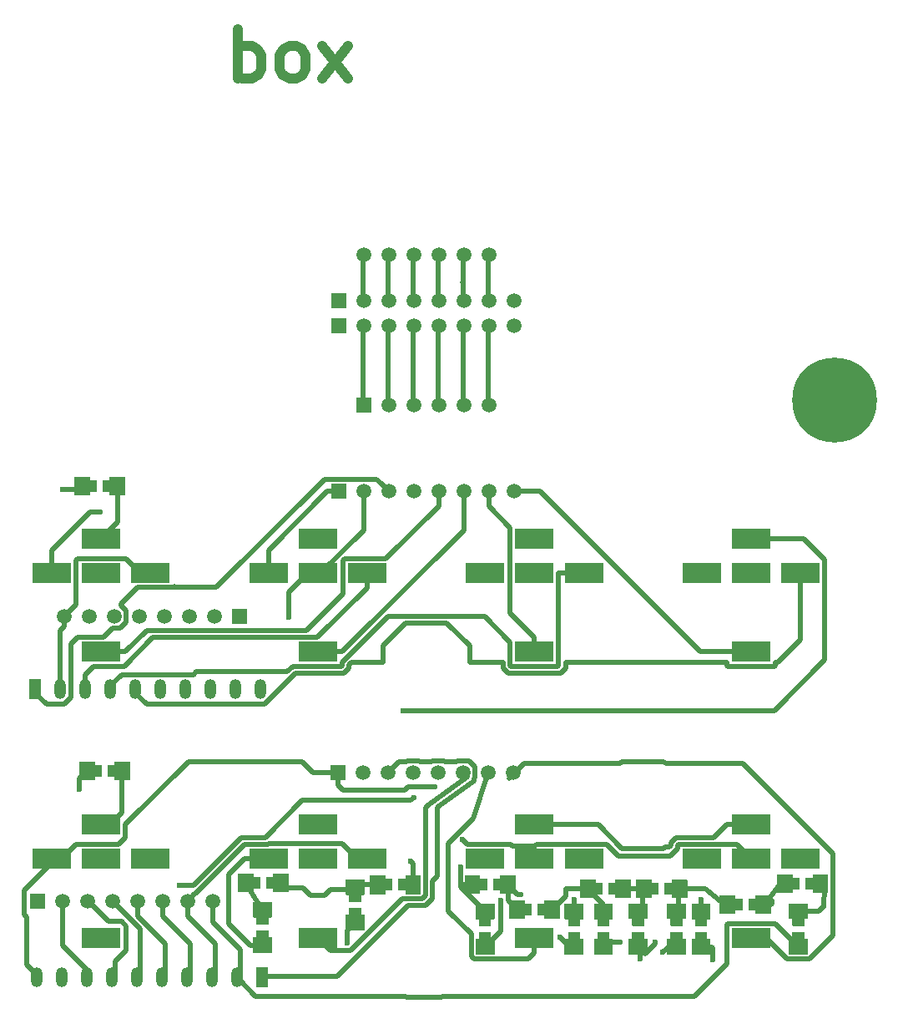
<source format=gtl>
G04 #@! TF.GenerationSoftware,KiCad,Pcbnew,(5.1.5)-3*
G04 #@! TF.CreationDate,2020-12-08T17:30:16-08:00*
G04 #@! TF.ProjectId,button_pcb_4x_laz16-11_,62757474-6f6e-45f7-9063-625f34785f6c,rev?*
G04 #@! TF.SameCoordinates,Original*
G04 #@! TF.FileFunction,Copper,L1,Top*
G04 #@! TF.FilePolarity,Positive*
%FSLAX46Y46*%
G04 Gerber Fmt 4.6, Leading zero omitted, Abs format (unit mm)*
G04 Created by KiCad (PCBNEW (5.1.5)-3) date 2020-12-08 17:30:16*
%MOMM*%
%LPD*%
G04 APERTURE LIST*
%ADD10C,1.000000*%
%ADD11R,4.000000X2.000000*%
%ADD12C,0.100000*%
%ADD13C,1.500000*%
%ADD14R,1.500000X1.500000*%
%ADD15O,1.200000X2.000000*%
%ADD16R,1.200000X2.000000*%
%ADD17C,8.600000*%
%ADD18C,0.600000*%
%ADD19C,0.508000*%
G04 APERTURE END LIST*
D10*
X30882857Y93598095D02*
X30882857Y98598095D01*
X30882857Y96693333D02*
X31359047Y96931428D01*
X32311428Y96931428D01*
X32787619Y96693333D01*
X33025714Y96455238D01*
X33263809Y95979047D01*
X33263809Y94550476D01*
X33025714Y94074285D01*
X32787619Y93836190D01*
X32311428Y93598095D01*
X31359047Y93598095D01*
X30882857Y93836190D01*
X36120952Y93598095D02*
X35644761Y93836190D01*
X35406666Y94074285D01*
X35168571Y94550476D01*
X35168571Y95979047D01*
X35406666Y96455238D01*
X35644761Y96693333D01*
X36120952Y96931428D01*
X36835238Y96931428D01*
X37311428Y96693333D01*
X37549523Y96455238D01*
X37787619Y95979047D01*
X37787619Y94550476D01*
X37549523Y94074285D01*
X37311428Y93836190D01*
X36835238Y93598095D01*
X36120952Y93598095D01*
X39454285Y93598095D02*
X42073333Y96931428D01*
X39454285Y96931428D02*
X42073333Y93598095D01*
D11*
X17000000Y6500000D03*
X17000000Y18000000D03*
X22000000Y14500000D03*
X17000000Y14500000D03*
X12000000Y14500000D03*
G04 #@! TA.AperFunction,SMDPad,CuDef*
D12*
G36*
X34349039Y5006245D02*
G01*
X34346194Y4996866D01*
X34341573Y4988221D01*
X34335355Y4980645D01*
X34327779Y4974427D01*
X34319134Y4969806D01*
X34309755Y4966961D01*
X34300000Y4966000D01*
X32500000Y4966000D01*
X32490245Y4966961D01*
X32480866Y4969806D01*
X32472221Y4974427D01*
X32464645Y4980645D01*
X32458427Y4988221D01*
X32453806Y4996866D01*
X32450961Y5006245D01*
X32450000Y5016000D01*
X32450000Y6516000D01*
X32450961Y6525755D01*
X32453806Y6535134D01*
X32458427Y6543779D01*
X32464645Y6551355D01*
X32472221Y6557573D01*
X32480866Y6562194D01*
X32490245Y6565039D01*
X32500000Y6566000D01*
X32800000Y6566000D01*
X32800000Y7216000D01*
X32800961Y7225755D01*
X32803806Y7235134D01*
X32808427Y7243779D01*
X32814645Y7251355D01*
X32822221Y7257573D01*
X32830866Y7262194D01*
X32840245Y7265039D01*
X32850000Y7266000D01*
X33950000Y7266000D01*
X33959755Y7265039D01*
X33969134Y7262194D01*
X33977779Y7257573D01*
X33985355Y7251355D01*
X33991573Y7243779D01*
X33996194Y7235134D01*
X33999039Y7225755D01*
X34000000Y7216000D01*
X34000000Y6566000D01*
X34300000Y6566000D01*
X34309755Y6565039D01*
X34319134Y6562194D01*
X34327779Y6557573D01*
X34335355Y6551355D01*
X34341573Y6543779D01*
X34346194Y6535134D01*
X34349039Y6525755D01*
X34350000Y6516000D01*
X34350000Y5016000D01*
X34349039Y5006245D01*
G37*
G04 #@! TD.AperFunction*
G04 #@! TA.AperFunction,SMDPad,CuDef*
G36*
X34349039Y8606245D02*
G01*
X34346194Y8596866D01*
X34341573Y8588221D01*
X34335355Y8580645D01*
X34327779Y8574427D01*
X34319134Y8569806D01*
X34309755Y8566961D01*
X34300000Y8566000D01*
X34000000Y8566000D01*
X34000000Y7916000D01*
X33999039Y7906245D01*
X33996194Y7896866D01*
X33991573Y7888221D01*
X33985355Y7880645D01*
X33977779Y7874427D01*
X33969134Y7869806D01*
X33959755Y7866961D01*
X33950000Y7866000D01*
X32850000Y7866000D01*
X32840245Y7866961D01*
X32830866Y7869806D01*
X32822221Y7874427D01*
X32814645Y7880645D01*
X32808427Y7888221D01*
X32803806Y7896866D01*
X32800961Y7906245D01*
X32800000Y7916000D01*
X32800000Y8566000D01*
X32500000Y8566000D01*
X32490245Y8566961D01*
X32480866Y8569806D01*
X32472221Y8574427D01*
X32464645Y8580645D01*
X32458427Y8588221D01*
X32453806Y8596866D01*
X32450961Y8606245D01*
X32450000Y8616000D01*
X32450000Y10116000D01*
X32450961Y10125755D01*
X32453806Y10135134D01*
X32458427Y10143779D01*
X32464645Y10151355D01*
X32472221Y10157573D01*
X32480866Y10162194D01*
X32490245Y10165039D01*
X32500000Y10166000D01*
X34300000Y10166000D01*
X34309755Y10165039D01*
X34319134Y10162194D01*
X34327779Y10157573D01*
X34335355Y10151355D01*
X34341573Y10143779D01*
X34346194Y10135134D01*
X34349039Y10125755D01*
X34350000Y10116000D01*
X34350000Y8616000D01*
X34349039Y8606245D01*
G37*
G04 #@! TD.AperFunction*
D13*
X43690000Y75740000D03*
X46230000Y75740000D03*
X48770000Y75740000D03*
X51310000Y75740000D03*
X53850000Y75740000D03*
X56390000Y75740000D03*
X56390000Y60500000D03*
X53850000Y60500000D03*
X51310000Y60500000D03*
X48770000Y60500000D03*
X46230000Y60500000D03*
D14*
X43690000Y60500000D03*
D13*
X58930000Y68530000D03*
X56390000Y68530000D03*
X53850000Y68530000D03*
X51310000Y68530000D03*
X48770000Y68530000D03*
X46230000Y68530000D03*
X43690000Y68530000D03*
D14*
X41150000Y68530000D03*
D13*
X58930000Y71070000D03*
X56390000Y71070000D03*
X53850000Y71070000D03*
X51310000Y71070000D03*
X48770000Y71070000D03*
X46230000Y71070000D03*
X43690000Y71070000D03*
D14*
X41150000Y71070000D03*
D13*
X13310000Y39100000D03*
X15850000Y39100000D03*
X18390000Y39100000D03*
X20930000Y39100000D03*
X23470000Y39100000D03*
X26010000Y39100000D03*
X28550000Y39100000D03*
D14*
X31090000Y39100000D03*
D13*
X58890000Y51800000D03*
X56350000Y51800000D03*
X53810000Y51800000D03*
X51270000Y51800000D03*
X48730000Y51800000D03*
X46190000Y51800000D03*
X43650000Y51800000D03*
D14*
X41110000Y51800000D03*
D13*
X28326000Y10201000D03*
X25786000Y10201000D03*
X23246000Y10201000D03*
X20706000Y10201000D03*
X18166000Y10201000D03*
X15626000Y10201000D03*
X13086000Y10201000D03*
D14*
X10546000Y10201000D03*
D13*
X58830000Y23260000D03*
X56290000Y23260000D03*
X53750000Y23260000D03*
X51210000Y23260000D03*
X48670000Y23260000D03*
X46130000Y23260000D03*
X43590000Y23260000D03*
D14*
X41050000Y23260000D03*
D11*
X83000000Y35500000D03*
X83000000Y47000000D03*
X88000000Y43500000D03*
X83000000Y43500000D03*
X78000000Y43500000D03*
X61000000Y35500000D03*
X61000000Y47000000D03*
X66000000Y43500000D03*
X61000000Y43500000D03*
X56000000Y43500000D03*
X39000000Y35500000D03*
X39000000Y47000000D03*
X44000000Y43500000D03*
X39000000Y43500000D03*
X34000000Y43500000D03*
X17000000Y35500000D03*
X17000000Y47000000D03*
X22000000Y43500000D03*
X17000000Y43500000D03*
X12000000Y43500000D03*
X83000000Y6500000D03*
X83000000Y18000000D03*
X88000000Y14500000D03*
X83000000Y14500000D03*
X78000000Y14500000D03*
X61000000Y6500000D03*
X61000000Y18000000D03*
X66000000Y14500000D03*
X61000000Y14500000D03*
X56000000Y14500000D03*
X39000000Y6500000D03*
X39000000Y18000000D03*
X44000000Y14500000D03*
X39000000Y14500000D03*
X34000000Y14500000D03*
D15*
X33230000Y31700000D03*
X30690000Y31700000D03*
X28150000Y31700000D03*
X25610000Y31700000D03*
X23070000Y31700000D03*
X20530000Y31700000D03*
X17990000Y31700000D03*
X15450000Y31700000D03*
X12910000Y31700000D03*
D16*
X10370000Y31700000D03*
G04 #@! TA.AperFunction,SMDPad,CuDef*
D12*
G36*
X88711039Y4847245D02*
G01*
X88708194Y4837866D01*
X88703573Y4829221D01*
X88697355Y4821645D01*
X88689779Y4815427D01*
X88681134Y4810806D01*
X88671755Y4807961D01*
X88662000Y4807000D01*
X86862000Y4807000D01*
X86852245Y4807961D01*
X86842866Y4810806D01*
X86834221Y4815427D01*
X86826645Y4821645D01*
X86820427Y4829221D01*
X86815806Y4837866D01*
X86812961Y4847245D01*
X86812000Y4857000D01*
X86812000Y6357000D01*
X86812961Y6366755D01*
X86815806Y6376134D01*
X86820427Y6384779D01*
X86826645Y6392355D01*
X86834221Y6398573D01*
X86842866Y6403194D01*
X86852245Y6406039D01*
X86862000Y6407000D01*
X87162000Y6407000D01*
X87162000Y7057000D01*
X87162961Y7066755D01*
X87165806Y7076134D01*
X87170427Y7084779D01*
X87176645Y7092355D01*
X87184221Y7098573D01*
X87192866Y7103194D01*
X87202245Y7106039D01*
X87212000Y7107000D01*
X88312000Y7107000D01*
X88321755Y7106039D01*
X88331134Y7103194D01*
X88339779Y7098573D01*
X88347355Y7092355D01*
X88353573Y7084779D01*
X88358194Y7076134D01*
X88361039Y7066755D01*
X88362000Y7057000D01*
X88362000Y6407000D01*
X88662000Y6407000D01*
X88671755Y6406039D01*
X88681134Y6403194D01*
X88689779Y6398573D01*
X88697355Y6392355D01*
X88703573Y6384779D01*
X88708194Y6376134D01*
X88711039Y6366755D01*
X88712000Y6357000D01*
X88712000Y4857000D01*
X88711039Y4847245D01*
G37*
G04 #@! TD.AperFunction*
G04 #@! TA.AperFunction,SMDPad,CuDef*
G36*
X88711039Y8447245D02*
G01*
X88708194Y8437866D01*
X88703573Y8429221D01*
X88697355Y8421645D01*
X88689779Y8415427D01*
X88681134Y8410806D01*
X88671755Y8407961D01*
X88662000Y8407000D01*
X88362000Y8407000D01*
X88362000Y7757000D01*
X88361039Y7747245D01*
X88358194Y7737866D01*
X88353573Y7729221D01*
X88347355Y7721645D01*
X88339779Y7715427D01*
X88331134Y7710806D01*
X88321755Y7707961D01*
X88312000Y7707000D01*
X87212000Y7707000D01*
X87202245Y7707961D01*
X87192866Y7710806D01*
X87184221Y7715427D01*
X87176645Y7721645D01*
X87170427Y7729221D01*
X87165806Y7737866D01*
X87162961Y7747245D01*
X87162000Y7757000D01*
X87162000Y8407000D01*
X86862000Y8407000D01*
X86852245Y8407961D01*
X86842866Y8410806D01*
X86834221Y8415427D01*
X86826645Y8421645D01*
X86820427Y8429221D01*
X86815806Y8437866D01*
X86812961Y8447245D01*
X86812000Y8457000D01*
X86812000Y9957000D01*
X86812961Y9966755D01*
X86815806Y9976134D01*
X86820427Y9984779D01*
X86826645Y9992355D01*
X86834221Y9998573D01*
X86842866Y10003194D01*
X86852245Y10006039D01*
X86862000Y10007000D01*
X88662000Y10007000D01*
X88671755Y10006039D01*
X88681134Y10003194D01*
X88689779Y9998573D01*
X88697355Y9992355D01*
X88703573Y9984779D01*
X88708194Y9976134D01*
X88711039Y9966755D01*
X88712000Y9957000D01*
X88712000Y8457000D01*
X88711039Y8447245D01*
G37*
G04 #@! TD.AperFunction*
G04 #@! TA.AperFunction,SMDPad,CuDef*
G36*
X85640245Y11050961D02*
G01*
X85630866Y11053806D01*
X85622221Y11058427D01*
X85614645Y11064645D01*
X85608427Y11072221D01*
X85603806Y11080866D01*
X85600961Y11090245D01*
X85600000Y11100000D01*
X85600000Y12900000D01*
X85600961Y12909755D01*
X85603806Y12919134D01*
X85608427Y12927779D01*
X85614645Y12935355D01*
X85622221Y12941573D01*
X85630866Y12946194D01*
X85640245Y12949039D01*
X85650000Y12950000D01*
X87150000Y12950000D01*
X87159755Y12949039D01*
X87169134Y12946194D01*
X87177779Y12941573D01*
X87185355Y12935355D01*
X87191573Y12927779D01*
X87196194Y12919134D01*
X87199039Y12909755D01*
X87200000Y12900000D01*
X87200000Y12600000D01*
X87850000Y12600000D01*
X87859755Y12599039D01*
X87869134Y12596194D01*
X87877779Y12591573D01*
X87885355Y12585355D01*
X87891573Y12577779D01*
X87896194Y12569134D01*
X87899039Y12559755D01*
X87900000Y12550000D01*
X87900000Y11450000D01*
X87899039Y11440245D01*
X87896194Y11430866D01*
X87891573Y11422221D01*
X87885355Y11414645D01*
X87877779Y11408427D01*
X87869134Y11403806D01*
X87859755Y11400961D01*
X87850000Y11400000D01*
X87200000Y11400000D01*
X87200000Y11100000D01*
X87199039Y11090245D01*
X87196194Y11080866D01*
X87191573Y11072221D01*
X87185355Y11064645D01*
X87177779Y11058427D01*
X87169134Y11053806D01*
X87159755Y11050961D01*
X87150000Y11050000D01*
X85650000Y11050000D01*
X85640245Y11050961D01*
G37*
G04 #@! TD.AperFunction*
G04 #@! TA.AperFunction,SMDPad,CuDef*
G36*
X89240245Y11050961D02*
G01*
X89230866Y11053806D01*
X89222221Y11058427D01*
X89214645Y11064645D01*
X89208427Y11072221D01*
X89203806Y11080866D01*
X89200961Y11090245D01*
X89200000Y11100000D01*
X89200000Y11400000D01*
X88550000Y11400000D01*
X88540245Y11400961D01*
X88530866Y11403806D01*
X88522221Y11408427D01*
X88514645Y11414645D01*
X88508427Y11422221D01*
X88503806Y11430866D01*
X88500961Y11440245D01*
X88500000Y11450000D01*
X88500000Y12550000D01*
X88500961Y12559755D01*
X88503806Y12569134D01*
X88508427Y12577779D01*
X88514645Y12585355D01*
X88522221Y12591573D01*
X88530866Y12596194D01*
X88540245Y12599039D01*
X88550000Y12600000D01*
X89200000Y12600000D01*
X89200000Y12900000D01*
X89200961Y12909755D01*
X89203806Y12919134D01*
X89208427Y12927779D01*
X89214645Y12935355D01*
X89222221Y12941573D01*
X89230866Y12946194D01*
X89240245Y12949039D01*
X89250000Y12950000D01*
X90750000Y12950000D01*
X90759755Y12949039D01*
X90769134Y12946194D01*
X90777779Y12941573D01*
X90785355Y12935355D01*
X90791573Y12927779D01*
X90796194Y12919134D01*
X90799039Y12909755D01*
X90800000Y12900000D01*
X90800000Y11100000D01*
X90799039Y11090245D01*
X90796194Y11080866D01*
X90791573Y11072221D01*
X90785355Y11064645D01*
X90777779Y11058427D01*
X90769134Y11053806D01*
X90759755Y11050961D01*
X90750000Y11050000D01*
X89250000Y11050000D01*
X89240245Y11050961D01*
G37*
G04 #@! TD.AperFunction*
G04 #@! TA.AperFunction,SMDPad,CuDef*
G36*
X78849039Y4840245D02*
G01*
X78846194Y4830866D01*
X78841573Y4822221D01*
X78835355Y4814645D01*
X78827779Y4808427D01*
X78819134Y4803806D01*
X78809755Y4800961D01*
X78800000Y4800000D01*
X77000000Y4800000D01*
X76990245Y4800961D01*
X76980866Y4803806D01*
X76972221Y4808427D01*
X76964645Y4814645D01*
X76958427Y4822221D01*
X76953806Y4830866D01*
X76950961Y4840245D01*
X76950000Y4850000D01*
X76950000Y6350000D01*
X76950961Y6359755D01*
X76953806Y6369134D01*
X76958427Y6377779D01*
X76964645Y6385355D01*
X76972221Y6391573D01*
X76980866Y6396194D01*
X76990245Y6399039D01*
X77000000Y6400000D01*
X77300000Y6400000D01*
X77300000Y7050000D01*
X77300961Y7059755D01*
X77303806Y7069134D01*
X77308427Y7077779D01*
X77314645Y7085355D01*
X77322221Y7091573D01*
X77330866Y7096194D01*
X77340245Y7099039D01*
X77350000Y7100000D01*
X78450000Y7100000D01*
X78459755Y7099039D01*
X78469134Y7096194D01*
X78477779Y7091573D01*
X78485355Y7085355D01*
X78491573Y7077779D01*
X78496194Y7069134D01*
X78499039Y7059755D01*
X78500000Y7050000D01*
X78500000Y6400000D01*
X78800000Y6400000D01*
X78809755Y6399039D01*
X78819134Y6396194D01*
X78827779Y6391573D01*
X78835355Y6385355D01*
X78841573Y6377779D01*
X78846194Y6369134D01*
X78849039Y6359755D01*
X78850000Y6350000D01*
X78850000Y4850000D01*
X78849039Y4840245D01*
G37*
G04 #@! TD.AperFunction*
G04 #@! TA.AperFunction,SMDPad,CuDef*
G36*
X78849039Y8440245D02*
G01*
X78846194Y8430866D01*
X78841573Y8422221D01*
X78835355Y8414645D01*
X78827779Y8408427D01*
X78819134Y8403806D01*
X78809755Y8400961D01*
X78800000Y8400000D01*
X78500000Y8400000D01*
X78500000Y7750000D01*
X78499039Y7740245D01*
X78496194Y7730866D01*
X78491573Y7722221D01*
X78485355Y7714645D01*
X78477779Y7708427D01*
X78469134Y7703806D01*
X78459755Y7700961D01*
X78450000Y7700000D01*
X77350000Y7700000D01*
X77340245Y7700961D01*
X77330866Y7703806D01*
X77322221Y7708427D01*
X77314645Y7714645D01*
X77308427Y7722221D01*
X77303806Y7730866D01*
X77300961Y7740245D01*
X77300000Y7750000D01*
X77300000Y8400000D01*
X77000000Y8400000D01*
X76990245Y8400961D01*
X76980866Y8403806D01*
X76972221Y8408427D01*
X76964645Y8414645D01*
X76958427Y8422221D01*
X76953806Y8430866D01*
X76950961Y8440245D01*
X76950000Y8450000D01*
X76950000Y9950000D01*
X76950961Y9959755D01*
X76953806Y9969134D01*
X76958427Y9977779D01*
X76964645Y9985355D01*
X76972221Y9991573D01*
X76980866Y9996194D01*
X76990245Y9999039D01*
X77000000Y10000000D01*
X78800000Y10000000D01*
X78809755Y9999039D01*
X78819134Y9996194D01*
X78827779Y9991573D01*
X78835355Y9985355D01*
X78841573Y9977779D01*
X78846194Y9969134D01*
X78849039Y9959755D01*
X78850000Y9950000D01*
X78850000Y8450000D01*
X78849039Y8440245D01*
G37*
G04 #@! TD.AperFunction*
G04 #@! TA.AperFunction,SMDPad,CuDef*
G36*
X79840245Y8950961D02*
G01*
X79830866Y8953806D01*
X79822221Y8958427D01*
X79814645Y8964645D01*
X79808427Y8972221D01*
X79803806Y8980866D01*
X79800961Y8990245D01*
X79800000Y9000000D01*
X79800000Y10800000D01*
X79800961Y10809755D01*
X79803806Y10819134D01*
X79808427Y10827779D01*
X79814645Y10835355D01*
X79822221Y10841573D01*
X79830866Y10846194D01*
X79840245Y10849039D01*
X79850000Y10850000D01*
X81350000Y10850000D01*
X81359755Y10849039D01*
X81369134Y10846194D01*
X81377779Y10841573D01*
X81385355Y10835355D01*
X81391573Y10827779D01*
X81396194Y10819134D01*
X81399039Y10809755D01*
X81400000Y10800000D01*
X81400000Y10500000D01*
X82050000Y10500000D01*
X82059755Y10499039D01*
X82069134Y10496194D01*
X82077779Y10491573D01*
X82085355Y10485355D01*
X82091573Y10477779D01*
X82096194Y10469134D01*
X82099039Y10459755D01*
X82100000Y10450000D01*
X82100000Y9350000D01*
X82099039Y9340245D01*
X82096194Y9330866D01*
X82091573Y9322221D01*
X82085355Y9314645D01*
X82077779Y9308427D01*
X82069134Y9303806D01*
X82059755Y9300961D01*
X82050000Y9300000D01*
X81400000Y9300000D01*
X81400000Y9000000D01*
X81399039Y8990245D01*
X81396194Y8980866D01*
X81391573Y8972221D01*
X81385355Y8964645D01*
X81377779Y8958427D01*
X81369134Y8953806D01*
X81359755Y8950961D01*
X81350000Y8950000D01*
X79850000Y8950000D01*
X79840245Y8950961D01*
G37*
G04 #@! TD.AperFunction*
G04 #@! TA.AperFunction,SMDPad,CuDef*
G36*
X83440245Y8950961D02*
G01*
X83430866Y8953806D01*
X83422221Y8958427D01*
X83414645Y8964645D01*
X83408427Y8972221D01*
X83403806Y8980866D01*
X83400961Y8990245D01*
X83400000Y9000000D01*
X83400000Y9300000D01*
X82750000Y9300000D01*
X82740245Y9300961D01*
X82730866Y9303806D01*
X82722221Y9308427D01*
X82714645Y9314645D01*
X82708427Y9322221D01*
X82703806Y9330866D01*
X82700961Y9340245D01*
X82700000Y9350000D01*
X82700000Y10450000D01*
X82700961Y10459755D01*
X82703806Y10469134D01*
X82708427Y10477779D01*
X82714645Y10485355D01*
X82722221Y10491573D01*
X82730866Y10496194D01*
X82740245Y10499039D01*
X82750000Y10500000D01*
X83400000Y10500000D01*
X83400000Y10800000D01*
X83400961Y10809755D01*
X83403806Y10819134D01*
X83408427Y10827779D01*
X83414645Y10835355D01*
X83422221Y10841573D01*
X83430866Y10846194D01*
X83440245Y10849039D01*
X83450000Y10850000D01*
X84950000Y10850000D01*
X84959755Y10849039D01*
X84969134Y10846194D01*
X84977779Y10841573D01*
X84985355Y10835355D01*
X84991573Y10827779D01*
X84996194Y10819134D01*
X84999039Y10809755D01*
X85000000Y10800000D01*
X85000000Y9000000D01*
X84999039Y8990245D01*
X84996194Y8980866D01*
X84991573Y8972221D01*
X84985355Y8964645D01*
X84977779Y8958427D01*
X84969134Y8953806D01*
X84959755Y8950961D01*
X84950000Y8950000D01*
X83450000Y8950000D01*
X83440245Y8950961D01*
G37*
G04 #@! TD.AperFunction*
G04 #@! TA.AperFunction,SMDPad,CuDef*
G36*
X76349039Y4847245D02*
G01*
X76346194Y4837866D01*
X76341573Y4829221D01*
X76335355Y4821645D01*
X76327779Y4815427D01*
X76319134Y4810806D01*
X76309755Y4807961D01*
X76300000Y4807000D01*
X74500000Y4807000D01*
X74490245Y4807961D01*
X74480866Y4810806D01*
X74472221Y4815427D01*
X74464645Y4821645D01*
X74458427Y4829221D01*
X74453806Y4837866D01*
X74450961Y4847245D01*
X74450000Y4857000D01*
X74450000Y6357000D01*
X74450961Y6366755D01*
X74453806Y6376134D01*
X74458427Y6384779D01*
X74464645Y6392355D01*
X74472221Y6398573D01*
X74480866Y6403194D01*
X74490245Y6406039D01*
X74500000Y6407000D01*
X74800000Y6407000D01*
X74800000Y7057000D01*
X74800961Y7066755D01*
X74803806Y7076134D01*
X74808427Y7084779D01*
X74814645Y7092355D01*
X74822221Y7098573D01*
X74830866Y7103194D01*
X74840245Y7106039D01*
X74850000Y7107000D01*
X75950000Y7107000D01*
X75959755Y7106039D01*
X75969134Y7103194D01*
X75977779Y7098573D01*
X75985355Y7092355D01*
X75991573Y7084779D01*
X75996194Y7076134D01*
X75999039Y7066755D01*
X76000000Y7057000D01*
X76000000Y6407000D01*
X76300000Y6407000D01*
X76309755Y6406039D01*
X76319134Y6403194D01*
X76327779Y6398573D01*
X76335355Y6392355D01*
X76341573Y6384779D01*
X76346194Y6376134D01*
X76349039Y6366755D01*
X76350000Y6357000D01*
X76350000Y4857000D01*
X76349039Y4847245D01*
G37*
G04 #@! TD.AperFunction*
G04 #@! TA.AperFunction,SMDPad,CuDef*
G36*
X76349039Y8447245D02*
G01*
X76346194Y8437866D01*
X76341573Y8429221D01*
X76335355Y8421645D01*
X76327779Y8415427D01*
X76319134Y8410806D01*
X76309755Y8407961D01*
X76300000Y8407000D01*
X76000000Y8407000D01*
X76000000Y7757000D01*
X75999039Y7747245D01*
X75996194Y7737866D01*
X75991573Y7729221D01*
X75985355Y7721645D01*
X75977779Y7715427D01*
X75969134Y7710806D01*
X75959755Y7707961D01*
X75950000Y7707000D01*
X74850000Y7707000D01*
X74840245Y7707961D01*
X74830866Y7710806D01*
X74822221Y7715427D01*
X74814645Y7721645D01*
X74808427Y7729221D01*
X74803806Y7737866D01*
X74800961Y7747245D01*
X74800000Y7757000D01*
X74800000Y8407000D01*
X74500000Y8407000D01*
X74490245Y8407961D01*
X74480866Y8410806D01*
X74472221Y8415427D01*
X74464645Y8421645D01*
X74458427Y8429221D01*
X74453806Y8437866D01*
X74450961Y8447245D01*
X74450000Y8457000D01*
X74450000Y9957000D01*
X74450961Y9966755D01*
X74453806Y9976134D01*
X74458427Y9984779D01*
X74464645Y9992355D01*
X74472221Y9998573D01*
X74480866Y10003194D01*
X74490245Y10006039D01*
X74500000Y10007000D01*
X76300000Y10007000D01*
X76309755Y10006039D01*
X76319134Y10003194D01*
X76327779Y9998573D01*
X76335355Y9992355D01*
X76341573Y9984779D01*
X76346194Y9976134D01*
X76349039Y9966755D01*
X76350000Y9957000D01*
X76350000Y8457000D01*
X76349039Y8447245D01*
G37*
G04 #@! TD.AperFunction*
G04 #@! TA.AperFunction,SMDPad,CuDef*
G36*
X71340245Y10521961D02*
G01*
X71330866Y10524806D01*
X71322221Y10529427D01*
X71314645Y10535645D01*
X71308427Y10543221D01*
X71303806Y10551866D01*
X71300961Y10561245D01*
X71300000Y10571000D01*
X71300000Y12371000D01*
X71300961Y12380755D01*
X71303806Y12390134D01*
X71308427Y12398779D01*
X71314645Y12406355D01*
X71322221Y12412573D01*
X71330866Y12417194D01*
X71340245Y12420039D01*
X71350000Y12421000D01*
X72850000Y12421000D01*
X72859755Y12420039D01*
X72869134Y12417194D01*
X72877779Y12412573D01*
X72885355Y12406355D01*
X72891573Y12398779D01*
X72896194Y12390134D01*
X72899039Y12380755D01*
X72900000Y12371000D01*
X72900000Y12071000D01*
X73550000Y12071000D01*
X73559755Y12070039D01*
X73569134Y12067194D01*
X73577779Y12062573D01*
X73585355Y12056355D01*
X73591573Y12048779D01*
X73596194Y12040134D01*
X73599039Y12030755D01*
X73600000Y12021000D01*
X73600000Y10921000D01*
X73599039Y10911245D01*
X73596194Y10901866D01*
X73591573Y10893221D01*
X73585355Y10885645D01*
X73577779Y10879427D01*
X73569134Y10874806D01*
X73559755Y10871961D01*
X73550000Y10871000D01*
X72900000Y10871000D01*
X72900000Y10571000D01*
X72899039Y10561245D01*
X72896194Y10551866D01*
X72891573Y10543221D01*
X72885355Y10535645D01*
X72877779Y10529427D01*
X72869134Y10524806D01*
X72859755Y10521961D01*
X72850000Y10521000D01*
X71350000Y10521000D01*
X71340245Y10521961D01*
G37*
G04 #@! TD.AperFunction*
G04 #@! TA.AperFunction,SMDPad,CuDef*
G36*
X74940245Y10521961D02*
G01*
X74930866Y10524806D01*
X74922221Y10529427D01*
X74914645Y10535645D01*
X74908427Y10543221D01*
X74903806Y10551866D01*
X74900961Y10561245D01*
X74900000Y10571000D01*
X74900000Y10871000D01*
X74250000Y10871000D01*
X74240245Y10871961D01*
X74230866Y10874806D01*
X74222221Y10879427D01*
X74214645Y10885645D01*
X74208427Y10893221D01*
X74203806Y10901866D01*
X74200961Y10911245D01*
X74200000Y10921000D01*
X74200000Y12021000D01*
X74200961Y12030755D01*
X74203806Y12040134D01*
X74208427Y12048779D01*
X74214645Y12056355D01*
X74222221Y12062573D01*
X74230866Y12067194D01*
X74240245Y12070039D01*
X74250000Y12071000D01*
X74900000Y12071000D01*
X74900000Y12371000D01*
X74900961Y12380755D01*
X74903806Y12390134D01*
X74908427Y12398779D01*
X74914645Y12406355D01*
X74922221Y12412573D01*
X74930866Y12417194D01*
X74940245Y12420039D01*
X74950000Y12421000D01*
X76450000Y12421000D01*
X76459755Y12420039D01*
X76469134Y12417194D01*
X76477779Y12412573D01*
X76485355Y12406355D01*
X76491573Y12398779D01*
X76496194Y12390134D01*
X76499039Y12380755D01*
X76500000Y12371000D01*
X76500000Y10571000D01*
X76499039Y10561245D01*
X76496194Y10551866D01*
X76491573Y10543221D01*
X76485355Y10535645D01*
X76477779Y10529427D01*
X76469134Y10524806D01*
X76459755Y10521961D01*
X76450000Y10521000D01*
X74950000Y10521000D01*
X74940245Y10521961D01*
G37*
G04 #@! TD.AperFunction*
G04 #@! TA.AperFunction,SMDPad,CuDef*
G36*
X72455039Y4847245D02*
G01*
X72452194Y4837866D01*
X72447573Y4829221D01*
X72441355Y4821645D01*
X72433779Y4815427D01*
X72425134Y4810806D01*
X72415755Y4807961D01*
X72406000Y4807000D01*
X70606000Y4807000D01*
X70596245Y4807961D01*
X70586866Y4810806D01*
X70578221Y4815427D01*
X70570645Y4821645D01*
X70564427Y4829221D01*
X70559806Y4837866D01*
X70556961Y4847245D01*
X70556000Y4857000D01*
X70556000Y6357000D01*
X70556961Y6366755D01*
X70559806Y6376134D01*
X70564427Y6384779D01*
X70570645Y6392355D01*
X70578221Y6398573D01*
X70586866Y6403194D01*
X70596245Y6406039D01*
X70606000Y6407000D01*
X70906000Y6407000D01*
X70906000Y7057000D01*
X70906961Y7066755D01*
X70909806Y7076134D01*
X70914427Y7084779D01*
X70920645Y7092355D01*
X70928221Y7098573D01*
X70936866Y7103194D01*
X70946245Y7106039D01*
X70956000Y7107000D01*
X72056000Y7107000D01*
X72065755Y7106039D01*
X72075134Y7103194D01*
X72083779Y7098573D01*
X72091355Y7092355D01*
X72097573Y7084779D01*
X72102194Y7076134D01*
X72105039Y7066755D01*
X72106000Y7057000D01*
X72106000Y6407000D01*
X72406000Y6407000D01*
X72415755Y6406039D01*
X72425134Y6403194D01*
X72433779Y6398573D01*
X72441355Y6392355D01*
X72447573Y6384779D01*
X72452194Y6376134D01*
X72455039Y6366755D01*
X72456000Y6357000D01*
X72456000Y4857000D01*
X72455039Y4847245D01*
G37*
G04 #@! TD.AperFunction*
G04 #@! TA.AperFunction,SMDPad,CuDef*
G36*
X72455039Y8447245D02*
G01*
X72452194Y8437866D01*
X72447573Y8429221D01*
X72441355Y8421645D01*
X72433779Y8415427D01*
X72425134Y8410806D01*
X72415755Y8407961D01*
X72406000Y8407000D01*
X72106000Y8407000D01*
X72106000Y7757000D01*
X72105039Y7747245D01*
X72102194Y7737866D01*
X72097573Y7729221D01*
X72091355Y7721645D01*
X72083779Y7715427D01*
X72075134Y7710806D01*
X72065755Y7707961D01*
X72056000Y7707000D01*
X70956000Y7707000D01*
X70946245Y7707961D01*
X70936866Y7710806D01*
X70928221Y7715427D01*
X70920645Y7721645D01*
X70914427Y7729221D01*
X70909806Y7737866D01*
X70906961Y7747245D01*
X70906000Y7757000D01*
X70906000Y8407000D01*
X70606000Y8407000D01*
X70596245Y8407961D01*
X70586866Y8410806D01*
X70578221Y8415427D01*
X70570645Y8421645D01*
X70564427Y8429221D01*
X70559806Y8437866D01*
X70556961Y8447245D01*
X70556000Y8457000D01*
X70556000Y9957000D01*
X70556961Y9966755D01*
X70559806Y9976134D01*
X70564427Y9984779D01*
X70570645Y9992355D01*
X70578221Y9998573D01*
X70586866Y10003194D01*
X70596245Y10006039D01*
X70606000Y10007000D01*
X72406000Y10007000D01*
X72415755Y10006039D01*
X72425134Y10003194D01*
X72433779Y9998573D01*
X72441355Y9992355D01*
X72447573Y9984779D01*
X72452194Y9976134D01*
X72455039Y9966755D01*
X72456000Y9957000D01*
X72456000Y8457000D01*
X72455039Y8447245D01*
G37*
G04 #@! TD.AperFunction*
G04 #@! TA.AperFunction,SMDPad,CuDef*
G36*
X65644245Y10521961D02*
G01*
X65634866Y10524806D01*
X65626221Y10529427D01*
X65618645Y10535645D01*
X65612427Y10543221D01*
X65607806Y10551866D01*
X65604961Y10561245D01*
X65604000Y10571000D01*
X65604000Y12371000D01*
X65604961Y12380755D01*
X65607806Y12390134D01*
X65612427Y12398779D01*
X65618645Y12406355D01*
X65626221Y12412573D01*
X65634866Y12417194D01*
X65644245Y12420039D01*
X65654000Y12421000D01*
X67154000Y12421000D01*
X67163755Y12420039D01*
X67173134Y12417194D01*
X67181779Y12412573D01*
X67189355Y12406355D01*
X67195573Y12398779D01*
X67200194Y12390134D01*
X67203039Y12380755D01*
X67204000Y12371000D01*
X67204000Y12071000D01*
X67854000Y12071000D01*
X67863755Y12070039D01*
X67873134Y12067194D01*
X67881779Y12062573D01*
X67889355Y12056355D01*
X67895573Y12048779D01*
X67900194Y12040134D01*
X67903039Y12030755D01*
X67904000Y12021000D01*
X67904000Y10921000D01*
X67903039Y10911245D01*
X67900194Y10901866D01*
X67895573Y10893221D01*
X67889355Y10885645D01*
X67881779Y10879427D01*
X67873134Y10874806D01*
X67863755Y10871961D01*
X67854000Y10871000D01*
X67204000Y10871000D01*
X67204000Y10571000D01*
X67203039Y10561245D01*
X67200194Y10551866D01*
X67195573Y10543221D01*
X67189355Y10535645D01*
X67181779Y10529427D01*
X67173134Y10524806D01*
X67163755Y10521961D01*
X67154000Y10521000D01*
X65654000Y10521000D01*
X65644245Y10521961D01*
G37*
G04 #@! TD.AperFunction*
G04 #@! TA.AperFunction,SMDPad,CuDef*
G36*
X69244245Y10521961D02*
G01*
X69234866Y10524806D01*
X69226221Y10529427D01*
X69218645Y10535645D01*
X69212427Y10543221D01*
X69207806Y10551866D01*
X69204961Y10561245D01*
X69204000Y10571000D01*
X69204000Y10871000D01*
X68554000Y10871000D01*
X68544245Y10871961D01*
X68534866Y10874806D01*
X68526221Y10879427D01*
X68518645Y10885645D01*
X68512427Y10893221D01*
X68507806Y10901866D01*
X68504961Y10911245D01*
X68504000Y10921000D01*
X68504000Y12021000D01*
X68504961Y12030755D01*
X68507806Y12040134D01*
X68512427Y12048779D01*
X68518645Y12056355D01*
X68526221Y12062573D01*
X68534866Y12067194D01*
X68544245Y12070039D01*
X68554000Y12071000D01*
X69204000Y12071000D01*
X69204000Y12371000D01*
X69204961Y12380755D01*
X69207806Y12390134D01*
X69212427Y12398779D01*
X69218645Y12406355D01*
X69226221Y12412573D01*
X69234866Y12417194D01*
X69244245Y12420039D01*
X69254000Y12421000D01*
X70754000Y12421000D01*
X70763755Y12420039D01*
X70773134Y12417194D01*
X70781779Y12412573D01*
X70789355Y12406355D01*
X70795573Y12398779D01*
X70800194Y12390134D01*
X70803039Y12380755D01*
X70804000Y12371000D01*
X70804000Y10571000D01*
X70803039Y10561245D01*
X70800194Y10551866D01*
X70795573Y10543221D01*
X70789355Y10535645D01*
X70781779Y10529427D01*
X70773134Y10524806D01*
X70763755Y10521961D01*
X70754000Y10521000D01*
X69254000Y10521000D01*
X69244245Y10521961D01*
G37*
G04 #@! TD.AperFunction*
G04 #@! TA.AperFunction,SMDPad,CuDef*
G36*
X68949039Y4840245D02*
G01*
X68946194Y4830866D01*
X68941573Y4822221D01*
X68935355Y4814645D01*
X68927779Y4808427D01*
X68919134Y4803806D01*
X68909755Y4800961D01*
X68900000Y4800000D01*
X67100000Y4800000D01*
X67090245Y4800961D01*
X67080866Y4803806D01*
X67072221Y4808427D01*
X67064645Y4814645D01*
X67058427Y4822221D01*
X67053806Y4830866D01*
X67050961Y4840245D01*
X67050000Y4850000D01*
X67050000Y6350000D01*
X67050961Y6359755D01*
X67053806Y6369134D01*
X67058427Y6377779D01*
X67064645Y6385355D01*
X67072221Y6391573D01*
X67080866Y6396194D01*
X67090245Y6399039D01*
X67100000Y6400000D01*
X67400000Y6400000D01*
X67400000Y7050000D01*
X67400961Y7059755D01*
X67403806Y7069134D01*
X67408427Y7077779D01*
X67414645Y7085355D01*
X67422221Y7091573D01*
X67430866Y7096194D01*
X67440245Y7099039D01*
X67450000Y7100000D01*
X68550000Y7100000D01*
X68559755Y7099039D01*
X68569134Y7096194D01*
X68577779Y7091573D01*
X68585355Y7085355D01*
X68591573Y7077779D01*
X68596194Y7069134D01*
X68599039Y7059755D01*
X68600000Y7050000D01*
X68600000Y6400000D01*
X68900000Y6400000D01*
X68909755Y6399039D01*
X68919134Y6396194D01*
X68927779Y6391573D01*
X68935355Y6385355D01*
X68941573Y6377779D01*
X68946194Y6369134D01*
X68949039Y6359755D01*
X68950000Y6350000D01*
X68950000Y4850000D01*
X68949039Y4840245D01*
G37*
G04 #@! TD.AperFunction*
G04 #@! TA.AperFunction,SMDPad,CuDef*
G36*
X68949039Y8440245D02*
G01*
X68946194Y8430866D01*
X68941573Y8422221D01*
X68935355Y8414645D01*
X68927779Y8408427D01*
X68919134Y8403806D01*
X68909755Y8400961D01*
X68900000Y8400000D01*
X68600000Y8400000D01*
X68600000Y7750000D01*
X68599039Y7740245D01*
X68596194Y7730866D01*
X68591573Y7722221D01*
X68585355Y7714645D01*
X68577779Y7708427D01*
X68569134Y7703806D01*
X68559755Y7700961D01*
X68550000Y7700000D01*
X67450000Y7700000D01*
X67440245Y7700961D01*
X67430866Y7703806D01*
X67422221Y7708427D01*
X67414645Y7714645D01*
X67408427Y7722221D01*
X67403806Y7730866D01*
X67400961Y7740245D01*
X67400000Y7750000D01*
X67400000Y8400000D01*
X67100000Y8400000D01*
X67090245Y8400961D01*
X67080866Y8403806D01*
X67072221Y8408427D01*
X67064645Y8414645D01*
X67058427Y8422221D01*
X67053806Y8430866D01*
X67050961Y8440245D01*
X67050000Y8450000D01*
X67050000Y9950000D01*
X67050961Y9959755D01*
X67053806Y9969134D01*
X67058427Y9977779D01*
X67064645Y9985355D01*
X67072221Y9991573D01*
X67080866Y9996194D01*
X67090245Y9999039D01*
X67100000Y10000000D01*
X68900000Y10000000D01*
X68909755Y9999039D01*
X68919134Y9996194D01*
X68927779Y9991573D01*
X68935355Y9985355D01*
X68941573Y9977779D01*
X68946194Y9969134D01*
X68949039Y9959755D01*
X68950000Y9950000D01*
X68950000Y8450000D01*
X68949039Y8440245D01*
G37*
G04 #@! TD.AperFunction*
G04 #@! TA.AperFunction,SMDPad,CuDef*
G36*
X58440245Y8450961D02*
G01*
X58430866Y8453806D01*
X58422221Y8458427D01*
X58414645Y8464645D01*
X58408427Y8472221D01*
X58403806Y8480866D01*
X58400961Y8490245D01*
X58400000Y8500000D01*
X58400000Y10300000D01*
X58400961Y10309755D01*
X58403806Y10319134D01*
X58408427Y10327779D01*
X58414645Y10335355D01*
X58422221Y10341573D01*
X58430866Y10346194D01*
X58440245Y10349039D01*
X58450000Y10350000D01*
X59950000Y10350000D01*
X59959755Y10349039D01*
X59969134Y10346194D01*
X59977779Y10341573D01*
X59985355Y10335355D01*
X59991573Y10327779D01*
X59996194Y10319134D01*
X59999039Y10309755D01*
X60000000Y10300000D01*
X60000000Y10000000D01*
X60650000Y10000000D01*
X60659755Y9999039D01*
X60669134Y9996194D01*
X60677779Y9991573D01*
X60685355Y9985355D01*
X60691573Y9977779D01*
X60696194Y9969134D01*
X60699039Y9959755D01*
X60700000Y9950000D01*
X60700000Y8850000D01*
X60699039Y8840245D01*
X60696194Y8830866D01*
X60691573Y8822221D01*
X60685355Y8814645D01*
X60677779Y8808427D01*
X60669134Y8803806D01*
X60659755Y8800961D01*
X60650000Y8800000D01*
X60000000Y8800000D01*
X60000000Y8500000D01*
X59999039Y8490245D01*
X59996194Y8480866D01*
X59991573Y8472221D01*
X59985355Y8464645D01*
X59977779Y8458427D01*
X59969134Y8453806D01*
X59959755Y8450961D01*
X59950000Y8450000D01*
X58450000Y8450000D01*
X58440245Y8450961D01*
G37*
G04 #@! TD.AperFunction*
G04 #@! TA.AperFunction,SMDPad,CuDef*
G36*
X62040245Y8450961D02*
G01*
X62030866Y8453806D01*
X62022221Y8458427D01*
X62014645Y8464645D01*
X62008427Y8472221D01*
X62003806Y8480866D01*
X62000961Y8490245D01*
X62000000Y8500000D01*
X62000000Y8800000D01*
X61350000Y8800000D01*
X61340245Y8800961D01*
X61330866Y8803806D01*
X61322221Y8808427D01*
X61314645Y8814645D01*
X61308427Y8822221D01*
X61303806Y8830866D01*
X61300961Y8840245D01*
X61300000Y8850000D01*
X61300000Y9950000D01*
X61300961Y9959755D01*
X61303806Y9969134D01*
X61308427Y9977779D01*
X61314645Y9985355D01*
X61322221Y9991573D01*
X61330866Y9996194D01*
X61340245Y9999039D01*
X61350000Y10000000D01*
X62000000Y10000000D01*
X62000000Y10300000D01*
X62000961Y10309755D01*
X62003806Y10319134D01*
X62008427Y10327779D01*
X62014645Y10335355D01*
X62022221Y10341573D01*
X62030866Y10346194D01*
X62040245Y10349039D01*
X62050000Y10350000D01*
X63550000Y10350000D01*
X63559755Y10349039D01*
X63569134Y10346194D01*
X63577779Y10341573D01*
X63585355Y10335355D01*
X63591573Y10327779D01*
X63596194Y10319134D01*
X63599039Y10309755D01*
X63600000Y10300000D01*
X63600000Y8500000D01*
X63599039Y8490245D01*
X63596194Y8480866D01*
X63591573Y8472221D01*
X63585355Y8464645D01*
X63577779Y8458427D01*
X63569134Y8453806D01*
X63559755Y8450961D01*
X63550000Y8450000D01*
X62050000Y8450000D01*
X62040245Y8450961D01*
G37*
G04 #@! TD.AperFunction*
G04 #@! TA.AperFunction,SMDPad,CuDef*
G36*
X65949039Y4840245D02*
G01*
X65946194Y4830866D01*
X65941573Y4822221D01*
X65935355Y4814645D01*
X65927779Y4808427D01*
X65919134Y4803806D01*
X65909755Y4800961D01*
X65900000Y4800000D01*
X64100000Y4800000D01*
X64090245Y4800961D01*
X64080866Y4803806D01*
X64072221Y4808427D01*
X64064645Y4814645D01*
X64058427Y4822221D01*
X64053806Y4830866D01*
X64050961Y4840245D01*
X64050000Y4850000D01*
X64050000Y6350000D01*
X64050961Y6359755D01*
X64053806Y6369134D01*
X64058427Y6377779D01*
X64064645Y6385355D01*
X64072221Y6391573D01*
X64080866Y6396194D01*
X64090245Y6399039D01*
X64100000Y6400000D01*
X64400000Y6400000D01*
X64400000Y7050000D01*
X64400961Y7059755D01*
X64403806Y7069134D01*
X64408427Y7077779D01*
X64414645Y7085355D01*
X64422221Y7091573D01*
X64430866Y7096194D01*
X64440245Y7099039D01*
X64450000Y7100000D01*
X65550000Y7100000D01*
X65559755Y7099039D01*
X65569134Y7096194D01*
X65577779Y7091573D01*
X65585355Y7085355D01*
X65591573Y7077779D01*
X65596194Y7069134D01*
X65599039Y7059755D01*
X65600000Y7050000D01*
X65600000Y6400000D01*
X65900000Y6400000D01*
X65909755Y6399039D01*
X65919134Y6396194D01*
X65927779Y6391573D01*
X65935355Y6385355D01*
X65941573Y6377779D01*
X65946194Y6369134D01*
X65949039Y6359755D01*
X65950000Y6350000D01*
X65950000Y4850000D01*
X65949039Y4840245D01*
G37*
G04 #@! TD.AperFunction*
G04 #@! TA.AperFunction,SMDPad,CuDef*
G36*
X65949039Y8440245D02*
G01*
X65946194Y8430866D01*
X65941573Y8422221D01*
X65935355Y8414645D01*
X65927779Y8408427D01*
X65919134Y8403806D01*
X65909755Y8400961D01*
X65900000Y8400000D01*
X65600000Y8400000D01*
X65600000Y7750000D01*
X65599039Y7740245D01*
X65596194Y7730866D01*
X65591573Y7722221D01*
X65585355Y7714645D01*
X65577779Y7708427D01*
X65569134Y7703806D01*
X65559755Y7700961D01*
X65550000Y7700000D01*
X64450000Y7700000D01*
X64440245Y7700961D01*
X64430866Y7703806D01*
X64422221Y7708427D01*
X64414645Y7714645D01*
X64408427Y7722221D01*
X64403806Y7730866D01*
X64400961Y7740245D01*
X64400000Y7750000D01*
X64400000Y8400000D01*
X64100000Y8400000D01*
X64090245Y8400961D01*
X64080866Y8403806D01*
X64072221Y8408427D01*
X64064645Y8414645D01*
X64058427Y8422221D01*
X64053806Y8430866D01*
X64050961Y8440245D01*
X64050000Y8450000D01*
X64050000Y9950000D01*
X64050961Y9959755D01*
X64053806Y9969134D01*
X64058427Y9977779D01*
X64064645Y9985355D01*
X64072221Y9991573D01*
X64080866Y9996194D01*
X64090245Y9999039D01*
X64100000Y10000000D01*
X65900000Y10000000D01*
X65909755Y9999039D01*
X65919134Y9996194D01*
X65927779Y9991573D01*
X65935355Y9985355D01*
X65941573Y9977779D01*
X65946194Y9969134D01*
X65949039Y9959755D01*
X65950000Y9950000D01*
X65950000Y8450000D01*
X65949039Y8440245D01*
G37*
G04 #@! TD.AperFunction*
G04 #@! TA.AperFunction,SMDPad,CuDef*
G36*
X53940245Y10950961D02*
G01*
X53930866Y10953806D01*
X53922221Y10958427D01*
X53914645Y10964645D01*
X53908427Y10972221D01*
X53903806Y10980866D01*
X53900961Y10990245D01*
X53900000Y11000000D01*
X53900000Y12800000D01*
X53900961Y12809755D01*
X53903806Y12819134D01*
X53908427Y12827779D01*
X53914645Y12835355D01*
X53922221Y12841573D01*
X53930866Y12846194D01*
X53940245Y12849039D01*
X53950000Y12850000D01*
X55450000Y12850000D01*
X55459755Y12849039D01*
X55469134Y12846194D01*
X55477779Y12841573D01*
X55485355Y12835355D01*
X55491573Y12827779D01*
X55496194Y12819134D01*
X55499039Y12809755D01*
X55500000Y12800000D01*
X55500000Y12500000D01*
X56150000Y12500000D01*
X56159755Y12499039D01*
X56169134Y12496194D01*
X56177779Y12491573D01*
X56185355Y12485355D01*
X56191573Y12477779D01*
X56196194Y12469134D01*
X56199039Y12459755D01*
X56200000Y12450000D01*
X56200000Y11350000D01*
X56199039Y11340245D01*
X56196194Y11330866D01*
X56191573Y11322221D01*
X56185355Y11314645D01*
X56177779Y11308427D01*
X56169134Y11303806D01*
X56159755Y11300961D01*
X56150000Y11300000D01*
X55500000Y11300000D01*
X55500000Y11000000D01*
X55499039Y10990245D01*
X55496194Y10980866D01*
X55491573Y10972221D01*
X55485355Y10964645D01*
X55477779Y10958427D01*
X55469134Y10953806D01*
X55459755Y10950961D01*
X55450000Y10950000D01*
X53950000Y10950000D01*
X53940245Y10950961D01*
G37*
G04 #@! TD.AperFunction*
G04 #@! TA.AperFunction,SMDPad,CuDef*
G36*
X57540245Y10950961D02*
G01*
X57530866Y10953806D01*
X57522221Y10958427D01*
X57514645Y10964645D01*
X57508427Y10972221D01*
X57503806Y10980866D01*
X57500961Y10990245D01*
X57500000Y11000000D01*
X57500000Y11300000D01*
X56850000Y11300000D01*
X56840245Y11300961D01*
X56830866Y11303806D01*
X56822221Y11308427D01*
X56814645Y11314645D01*
X56808427Y11322221D01*
X56803806Y11330866D01*
X56800961Y11340245D01*
X56800000Y11350000D01*
X56800000Y12450000D01*
X56800961Y12459755D01*
X56803806Y12469134D01*
X56808427Y12477779D01*
X56814645Y12485355D01*
X56822221Y12491573D01*
X56830866Y12496194D01*
X56840245Y12499039D01*
X56850000Y12500000D01*
X57500000Y12500000D01*
X57500000Y12800000D01*
X57500961Y12809755D01*
X57503806Y12819134D01*
X57508427Y12827779D01*
X57514645Y12835355D01*
X57522221Y12841573D01*
X57530866Y12846194D01*
X57540245Y12849039D01*
X57550000Y12850000D01*
X59050000Y12850000D01*
X59059755Y12849039D01*
X59069134Y12846194D01*
X59077779Y12841573D01*
X59085355Y12835355D01*
X59091573Y12827779D01*
X59096194Y12819134D01*
X59099039Y12809755D01*
X59100000Y12800000D01*
X59100000Y11000000D01*
X59099039Y10990245D01*
X59096194Y10980866D01*
X59091573Y10972221D01*
X59085355Y10964645D01*
X59077779Y10958427D01*
X59069134Y10953806D01*
X59059755Y10950961D01*
X59050000Y10950000D01*
X57550000Y10950000D01*
X57540245Y10950961D01*
G37*
G04 #@! TD.AperFunction*
G04 #@! TA.AperFunction,SMDPad,CuDef*
G36*
X56949039Y4840245D02*
G01*
X56946194Y4830866D01*
X56941573Y4822221D01*
X56935355Y4814645D01*
X56927779Y4808427D01*
X56919134Y4803806D01*
X56909755Y4800961D01*
X56900000Y4800000D01*
X55100000Y4800000D01*
X55090245Y4800961D01*
X55080866Y4803806D01*
X55072221Y4808427D01*
X55064645Y4814645D01*
X55058427Y4822221D01*
X55053806Y4830866D01*
X55050961Y4840245D01*
X55050000Y4850000D01*
X55050000Y6350000D01*
X55050961Y6359755D01*
X55053806Y6369134D01*
X55058427Y6377779D01*
X55064645Y6385355D01*
X55072221Y6391573D01*
X55080866Y6396194D01*
X55090245Y6399039D01*
X55100000Y6400000D01*
X55400000Y6400000D01*
X55400000Y7050000D01*
X55400961Y7059755D01*
X55403806Y7069134D01*
X55408427Y7077779D01*
X55414645Y7085355D01*
X55422221Y7091573D01*
X55430866Y7096194D01*
X55440245Y7099039D01*
X55450000Y7100000D01*
X56550000Y7100000D01*
X56559755Y7099039D01*
X56569134Y7096194D01*
X56577779Y7091573D01*
X56585355Y7085355D01*
X56591573Y7077779D01*
X56596194Y7069134D01*
X56599039Y7059755D01*
X56600000Y7050000D01*
X56600000Y6400000D01*
X56900000Y6400000D01*
X56909755Y6399039D01*
X56919134Y6396194D01*
X56927779Y6391573D01*
X56935355Y6385355D01*
X56941573Y6377779D01*
X56946194Y6369134D01*
X56949039Y6359755D01*
X56950000Y6350000D01*
X56950000Y4850000D01*
X56949039Y4840245D01*
G37*
G04 #@! TD.AperFunction*
G04 #@! TA.AperFunction,SMDPad,CuDef*
G36*
X56949039Y8440245D02*
G01*
X56946194Y8430866D01*
X56941573Y8422221D01*
X56935355Y8414645D01*
X56927779Y8408427D01*
X56919134Y8403806D01*
X56909755Y8400961D01*
X56900000Y8400000D01*
X56600000Y8400000D01*
X56600000Y7750000D01*
X56599039Y7740245D01*
X56596194Y7730866D01*
X56591573Y7722221D01*
X56585355Y7714645D01*
X56577779Y7708427D01*
X56569134Y7703806D01*
X56559755Y7700961D01*
X56550000Y7700000D01*
X55450000Y7700000D01*
X55440245Y7700961D01*
X55430866Y7703806D01*
X55422221Y7708427D01*
X55414645Y7714645D01*
X55408427Y7722221D01*
X55403806Y7730866D01*
X55400961Y7740245D01*
X55400000Y7750000D01*
X55400000Y8400000D01*
X55100000Y8400000D01*
X55090245Y8400961D01*
X55080866Y8403806D01*
X55072221Y8408427D01*
X55064645Y8414645D01*
X55058427Y8422221D01*
X55053806Y8430866D01*
X55050961Y8440245D01*
X55050000Y8450000D01*
X55050000Y9950000D01*
X55050961Y9959755D01*
X55053806Y9969134D01*
X55058427Y9977779D01*
X55064645Y9985355D01*
X55072221Y9991573D01*
X55080866Y9996194D01*
X55090245Y9999039D01*
X55100000Y10000000D01*
X56900000Y10000000D01*
X56909755Y9999039D01*
X56919134Y9996194D01*
X56927779Y9991573D01*
X56935355Y9985355D01*
X56941573Y9977779D01*
X56946194Y9969134D01*
X56949039Y9959755D01*
X56950000Y9950000D01*
X56950000Y8450000D01*
X56949039Y8440245D01*
G37*
G04 #@! TD.AperFunction*
G04 #@! TA.AperFunction,SMDPad,CuDef*
G36*
X44324245Y10934961D02*
G01*
X44314866Y10937806D01*
X44306221Y10942427D01*
X44298645Y10948645D01*
X44292427Y10956221D01*
X44287806Y10964866D01*
X44284961Y10974245D01*
X44284000Y10984000D01*
X44284000Y12784000D01*
X44284961Y12793755D01*
X44287806Y12803134D01*
X44292427Y12811779D01*
X44298645Y12819355D01*
X44306221Y12825573D01*
X44314866Y12830194D01*
X44324245Y12833039D01*
X44334000Y12834000D01*
X45834000Y12834000D01*
X45843755Y12833039D01*
X45853134Y12830194D01*
X45861779Y12825573D01*
X45869355Y12819355D01*
X45875573Y12811779D01*
X45880194Y12803134D01*
X45883039Y12793755D01*
X45884000Y12784000D01*
X45884000Y12484000D01*
X46534000Y12484000D01*
X46543755Y12483039D01*
X46553134Y12480194D01*
X46561779Y12475573D01*
X46569355Y12469355D01*
X46575573Y12461779D01*
X46580194Y12453134D01*
X46583039Y12443755D01*
X46584000Y12434000D01*
X46584000Y11334000D01*
X46583039Y11324245D01*
X46580194Y11314866D01*
X46575573Y11306221D01*
X46569355Y11298645D01*
X46561779Y11292427D01*
X46553134Y11287806D01*
X46543755Y11284961D01*
X46534000Y11284000D01*
X45884000Y11284000D01*
X45884000Y10984000D01*
X45883039Y10974245D01*
X45880194Y10964866D01*
X45875573Y10956221D01*
X45869355Y10948645D01*
X45861779Y10942427D01*
X45853134Y10937806D01*
X45843755Y10934961D01*
X45834000Y10934000D01*
X44334000Y10934000D01*
X44324245Y10934961D01*
G37*
G04 #@! TD.AperFunction*
G04 #@! TA.AperFunction,SMDPad,CuDef*
G36*
X47924245Y10934961D02*
G01*
X47914866Y10937806D01*
X47906221Y10942427D01*
X47898645Y10948645D01*
X47892427Y10956221D01*
X47887806Y10964866D01*
X47884961Y10974245D01*
X47884000Y10984000D01*
X47884000Y11284000D01*
X47234000Y11284000D01*
X47224245Y11284961D01*
X47214866Y11287806D01*
X47206221Y11292427D01*
X47198645Y11298645D01*
X47192427Y11306221D01*
X47187806Y11314866D01*
X47184961Y11324245D01*
X47184000Y11334000D01*
X47184000Y12434000D01*
X47184961Y12443755D01*
X47187806Y12453134D01*
X47192427Y12461779D01*
X47198645Y12469355D01*
X47206221Y12475573D01*
X47214866Y12480194D01*
X47224245Y12483039D01*
X47234000Y12484000D01*
X47884000Y12484000D01*
X47884000Y12784000D01*
X47884961Y12793755D01*
X47887806Y12803134D01*
X47892427Y12811779D01*
X47898645Y12819355D01*
X47906221Y12825573D01*
X47914866Y12830194D01*
X47924245Y12833039D01*
X47934000Y12834000D01*
X49434000Y12834000D01*
X49443755Y12833039D01*
X49453134Y12830194D01*
X49461779Y12825573D01*
X49469355Y12819355D01*
X49475573Y12811779D01*
X49480194Y12803134D01*
X49483039Y12793755D01*
X49484000Y12784000D01*
X49484000Y10984000D01*
X49483039Y10974245D01*
X49480194Y10964866D01*
X49475573Y10956221D01*
X49469355Y10948645D01*
X49461779Y10942427D01*
X49453134Y10937806D01*
X49443755Y10934961D01*
X49434000Y10934000D01*
X47934000Y10934000D01*
X47924245Y10934961D01*
G37*
G04 #@! TD.AperFunction*
G04 #@! TA.AperFunction,SMDPad,CuDef*
G36*
X43747039Y7292245D02*
G01*
X43744194Y7282866D01*
X43739573Y7274221D01*
X43733355Y7266645D01*
X43725779Y7260427D01*
X43717134Y7255806D01*
X43707755Y7252961D01*
X43698000Y7252000D01*
X41898000Y7252000D01*
X41888245Y7252961D01*
X41878866Y7255806D01*
X41870221Y7260427D01*
X41862645Y7266645D01*
X41856427Y7274221D01*
X41851806Y7282866D01*
X41848961Y7292245D01*
X41848000Y7302000D01*
X41848000Y8802000D01*
X41848961Y8811755D01*
X41851806Y8821134D01*
X41856427Y8829779D01*
X41862645Y8837355D01*
X41870221Y8843573D01*
X41878866Y8848194D01*
X41888245Y8851039D01*
X41898000Y8852000D01*
X42198000Y8852000D01*
X42198000Y9502000D01*
X42198961Y9511755D01*
X42201806Y9521134D01*
X42206427Y9529779D01*
X42212645Y9537355D01*
X42220221Y9543573D01*
X42228866Y9548194D01*
X42238245Y9551039D01*
X42248000Y9552000D01*
X43348000Y9552000D01*
X43357755Y9551039D01*
X43367134Y9548194D01*
X43375779Y9543573D01*
X43383355Y9537355D01*
X43389573Y9529779D01*
X43394194Y9521134D01*
X43397039Y9511755D01*
X43398000Y9502000D01*
X43398000Y8852000D01*
X43698000Y8852000D01*
X43707755Y8851039D01*
X43717134Y8848194D01*
X43725779Y8843573D01*
X43733355Y8837355D01*
X43739573Y8829779D01*
X43744194Y8821134D01*
X43747039Y8811755D01*
X43748000Y8802000D01*
X43748000Y7302000D01*
X43747039Y7292245D01*
G37*
G04 #@! TD.AperFunction*
G04 #@! TA.AperFunction,SMDPad,CuDef*
G36*
X43747039Y10892245D02*
G01*
X43744194Y10882866D01*
X43739573Y10874221D01*
X43733355Y10866645D01*
X43725779Y10860427D01*
X43717134Y10855806D01*
X43707755Y10852961D01*
X43698000Y10852000D01*
X43398000Y10852000D01*
X43398000Y10202000D01*
X43397039Y10192245D01*
X43394194Y10182866D01*
X43389573Y10174221D01*
X43383355Y10166645D01*
X43375779Y10160427D01*
X43367134Y10155806D01*
X43357755Y10152961D01*
X43348000Y10152000D01*
X42248000Y10152000D01*
X42238245Y10152961D01*
X42228866Y10155806D01*
X42220221Y10160427D01*
X42212645Y10166645D01*
X42206427Y10174221D01*
X42201806Y10182866D01*
X42198961Y10192245D01*
X42198000Y10202000D01*
X42198000Y10852000D01*
X41898000Y10852000D01*
X41888245Y10852961D01*
X41878866Y10855806D01*
X41870221Y10860427D01*
X41862645Y10866645D01*
X41856427Y10874221D01*
X41851806Y10882866D01*
X41848961Y10892245D01*
X41848000Y10902000D01*
X41848000Y12402000D01*
X41848961Y12411755D01*
X41851806Y12421134D01*
X41856427Y12429779D01*
X41862645Y12437355D01*
X41870221Y12443573D01*
X41878866Y12448194D01*
X41888245Y12451039D01*
X41898000Y12452000D01*
X43698000Y12452000D01*
X43707755Y12451039D01*
X43717134Y12448194D01*
X43725779Y12443573D01*
X43733355Y12437355D01*
X43739573Y12429779D01*
X43744194Y12421134D01*
X43747039Y12411755D01*
X43748000Y12402000D01*
X43748000Y10902000D01*
X43747039Y10892245D01*
G37*
G04 #@! TD.AperFunction*
G04 #@! TA.AperFunction,SMDPad,CuDef*
G36*
X30940245Y11150961D02*
G01*
X30930866Y11153806D01*
X30922221Y11158427D01*
X30914645Y11164645D01*
X30908427Y11172221D01*
X30903806Y11180866D01*
X30900961Y11190245D01*
X30900000Y11200000D01*
X30900000Y13000000D01*
X30900961Y13009755D01*
X30903806Y13019134D01*
X30908427Y13027779D01*
X30914645Y13035355D01*
X30922221Y13041573D01*
X30930866Y13046194D01*
X30940245Y13049039D01*
X30950000Y13050000D01*
X32450000Y13050000D01*
X32459755Y13049039D01*
X32469134Y13046194D01*
X32477779Y13041573D01*
X32485355Y13035355D01*
X32491573Y13027779D01*
X32496194Y13019134D01*
X32499039Y13009755D01*
X32500000Y13000000D01*
X32500000Y12700000D01*
X33150000Y12700000D01*
X33159755Y12699039D01*
X33169134Y12696194D01*
X33177779Y12691573D01*
X33185355Y12685355D01*
X33191573Y12677779D01*
X33196194Y12669134D01*
X33199039Y12659755D01*
X33200000Y12650000D01*
X33200000Y11550000D01*
X33199039Y11540245D01*
X33196194Y11530866D01*
X33191573Y11522221D01*
X33185355Y11514645D01*
X33177779Y11508427D01*
X33169134Y11503806D01*
X33159755Y11500961D01*
X33150000Y11500000D01*
X32500000Y11500000D01*
X32500000Y11200000D01*
X32499039Y11190245D01*
X32496194Y11180866D01*
X32491573Y11172221D01*
X32485355Y11164645D01*
X32477779Y11158427D01*
X32469134Y11153806D01*
X32459755Y11150961D01*
X32450000Y11150000D01*
X30950000Y11150000D01*
X30940245Y11150961D01*
G37*
G04 #@! TD.AperFunction*
G04 #@! TA.AperFunction,SMDPad,CuDef*
G36*
X34540245Y11150961D02*
G01*
X34530866Y11153806D01*
X34522221Y11158427D01*
X34514645Y11164645D01*
X34508427Y11172221D01*
X34503806Y11180866D01*
X34500961Y11190245D01*
X34500000Y11200000D01*
X34500000Y11500000D01*
X33850000Y11500000D01*
X33840245Y11500961D01*
X33830866Y11503806D01*
X33822221Y11508427D01*
X33814645Y11514645D01*
X33808427Y11522221D01*
X33803806Y11530866D01*
X33800961Y11540245D01*
X33800000Y11550000D01*
X33800000Y12650000D01*
X33800961Y12659755D01*
X33803806Y12669134D01*
X33808427Y12677779D01*
X33814645Y12685355D01*
X33822221Y12691573D01*
X33830866Y12696194D01*
X33840245Y12699039D01*
X33850000Y12700000D01*
X34500000Y12700000D01*
X34500000Y13000000D01*
X34500961Y13009755D01*
X34503806Y13019134D01*
X34508427Y13027779D01*
X34514645Y13035355D01*
X34522221Y13041573D01*
X34530866Y13046194D01*
X34540245Y13049039D01*
X34550000Y13050000D01*
X36050000Y13050000D01*
X36059755Y13049039D01*
X36069134Y13046194D01*
X36077779Y13041573D01*
X36085355Y13035355D01*
X36091573Y13027779D01*
X36096194Y13019134D01*
X36099039Y13009755D01*
X36100000Y13000000D01*
X36100000Y11200000D01*
X36099039Y11190245D01*
X36096194Y11180866D01*
X36091573Y11172221D01*
X36085355Y11164645D01*
X36077779Y11158427D01*
X36069134Y11153806D01*
X36059755Y11150961D01*
X36050000Y11150000D01*
X34550000Y11150000D01*
X34540245Y11150961D01*
G37*
G04 #@! TD.AperFunction*
D15*
X10540000Y2500000D03*
X13080000Y2500000D03*
X15620000Y2500000D03*
X18160000Y2500000D03*
X20700000Y2500000D03*
X23240000Y2500000D03*
X25780000Y2500000D03*
X28320000Y2500000D03*
X30860000Y2500000D03*
D16*
X33400000Y2500000D03*
G04 #@! TA.AperFunction,SMDPad,CuDef*
D12*
G36*
X19459755Y53249039D02*
G01*
X19469134Y53246194D01*
X19477779Y53241573D01*
X19485355Y53235355D01*
X19491573Y53227779D01*
X19496194Y53219134D01*
X19499039Y53209755D01*
X19500000Y53200000D01*
X19500000Y51400000D01*
X19499039Y51390245D01*
X19496194Y51380866D01*
X19491573Y51372221D01*
X19485355Y51364645D01*
X19477779Y51358427D01*
X19469134Y51353806D01*
X19459755Y51350961D01*
X19450000Y51350000D01*
X17950000Y51350000D01*
X17940245Y51350961D01*
X17930866Y51353806D01*
X17922221Y51358427D01*
X17914645Y51364645D01*
X17908427Y51372221D01*
X17903806Y51380866D01*
X17900961Y51390245D01*
X17900000Y51400000D01*
X17900000Y51700000D01*
X17250000Y51700000D01*
X17240245Y51700961D01*
X17230866Y51703806D01*
X17222221Y51708427D01*
X17214645Y51714645D01*
X17208427Y51722221D01*
X17203806Y51730866D01*
X17200961Y51740245D01*
X17200000Y51750000D01*
X17200000Y52850000D01*
X17200961Y52859755D01*
X17203806Y52869134D01*
X17208427Y52877779D01*
X17214645Y52885355D01*
X17222221Y52891573D01*
X17230866Y52896194D01*
X17240245Y52899039D01*
X17250000Y52900000D01*
X17900000Y52900000D01*
X17900000Y53200000D01*
X17900961Y53209755D01*
X17903806Y53219134D01*
X17908427Y53227779D01*
X17914645Y53235355D01*
X17922221Y53241573D01*
X17930866Y53246194D01*
X17940245Y53249039D01*
X17950000Y53250000D01*
X19450000Y53250000D01*
X19459755Y53249039D01*
G37*
G04 #@! TD.AperFunction*
G04 #@! TA.AperFunction,SMDPad,CuDef*
G36*
X15859755Y53249039D02*
G01*
X15869134Y53246194D01*
X15877779Y53241573D01*
X15885355Y53235355D01*
X15891573Y53227779D01*
X15896194Y53219134D01*
X15899039Y53209755D01*
X15900000Y53200000D01*
X15900000Y52900000D01*
X16550000Y52900000D01*
X16559755Y52899039D01*
X16569134Y52896194D01*
X16577779Y52891573D01*
X16585355Y52885355D01*
X16591573Y52877779D01*
X16596194Y52869134D01*
X16599039Y52859755D01*
X16600000Y52850000D01*
X16600000Y51750000D01*
X16599039Y51740245D01*
X16596194Y51730866D01*
X16591573Y51722221D01*
X16585355Y51714645D01*
X16577779Y51708427D01*
X16569134Y51703806D01*
X16559755Y51700961D01*
X16550000Y51700000D01*
X15900000Y51700000D01*
X15900000Y51400000D01*
X15899039Y51390245D01*
X15896194Y51380866D01*
X15891573Y51372221D01*
X15885355Y51364645D01*
X15877779Y51358427D01*
X15869134Y51353806D01*
X15859755Y51350961D01*
X15850000Y51350000D01*
X14350000Y51350000D01*
X14340245Y51350961D01*
X14330866Y51353806D01*
X14322221Y51358427D01*
X14314645Y51364645D01*
X14308427Y51372221D01*
X14303806Y51380866D01*
X14300961Y51390245D01*
X14300000Y51400000D01*
X14300000Y53200000D01*
X14300961Y53209755D01*
X14303806Y53219134D01*
X14308427Y53227779D01*
X14314645Y53235355D01*
X14322221Y53241573D01*
X14330866Y53246194D01*
X14340245Y53249039D01*
X14350000Y53250000D01*
X15850000Y53250000D01*
X15859755Y53249039D01*
G37*
G04 #@! TD.AperFunction*
G04 #@! TA.AperFunction,SMDPad,CuDef*
G36*
X19963755Y24358039D02*
G01*
X19973134Y24355194D01*
X19981779Y24350573D01*
X19989355Y24344355D01*
X19995573Y24336779D01*
X20000194Y24328134D01*
X20003039Y24318755D01*
X20004000Y24309000D01*
X20004000Y22509000D01*
X20003039Y22499245D01*
X20000194Y22489866D01*
X19995573Y22481221D01*
X19989355Y22473645D01*
X19981779Y22467427D01*
X19973134Y22462806D01*
X19963755Y22459961D01*
X19954000Y22459000D01*
X18454000Y22459000D01*
X18444245Y22459961D01*
X18434866Y22462806D01*
X18426221Y22467427D01*
X18418645Y22473645D01*
X18412427Y22481221D01*
X18407806Y22489866D01*
X18404961Y22499245D01*
X18404000Y22509000D01*
X18404000Y22809000D01*
X17754000Y22809000D01*
X17744245Y22809961D01*
X17734866Y22812806D01*
X17726221Y22817427D01*
X17718645Y22823645D01*
X17712427Y22831221D01*
X17707806Y22839866D01*
X17704961Y22849245D01*
X17704000Y22859000D01*
X17704000Y23959000D01*
X17704961Y23968755D01*
X17707806Y23978134D01*
X17712427Y23986779D01*
X17718645Y23994355D01*
X17726221Y24000573D01*
X17734866Y24005194D01*
X17744245Y24008039D01*
X17754000Y24009000D01*
X18404000Y24009000D01*
X18404000Y24309000D01*
X18404961Y24318755D01*
X18407806Y24328134D01*
X18412427Y24336779D01*
X18418645Y24344355D01*
X18426221Y24350573D01*
X18434866Y24355194D01*
X18444245Y24358039D01*
X18454000Y24359000D01*
X19954000Y24359000D01*
X19963755Y24358039D01*
G37*
G04 #@! TD.AperFunction*
G04 #@! TA.AperFunction,SMDPad,CuDef*
G36*
X16363755Y24358039D02*
G01*
X16373134Y24355194D01*
X16381779Y24350573D01*
X16389355Y24344355D01*
X16395573Y24336779D01*
X16400194Y24328134D01*
X16403039Y24318755D01*
X16404000Y24309000D01*
X16404000Y24009000D01*
X17054000Y24009000D01*
X17063755Y24008039D01*
X17073134Y24005194D01*
X17081779Y24000573D01*
X17089355Y23994355D01*
X17095573Y23986779D01*
X17100194Y23978134D01*
X17103039Y23968755D01*
X17104000Y23959000D01*
X17104000Y22859000D01*
X17103039Y22849245D01*
X17100194Y22839866D01*
X17095573Y22831221D01*
X17089355Y22823645D01*
X17081779Y22817427D01*
X17073134Y22812806D01*
X17063755Y22809961D01*
X17054000Y22809000D01*
X16404000Y22809000D01*
X16404000Y22509000D01*
X16403039Y22499245D01*
X16400194Y22489866D01*
X16395573Y22481221D01*
X16389355Y22473645D01*
X16381779Y22467427D01*
X16373134Y22462806D01*
X16363755Y22459961D01*
X16354000Y22459000D01*
X14854000Y22459000D01*
X14844245Y22459961D01*
X14834866Y22462806D01*
X14826221Y22467427D01*
X14818645Y22473645D01*
X14812427Y22481221D01*
X14807806Y22489866D01*
X14804961Y22499245D01*
X14804000Y22509000D01*
X14804000Y24309000D01*
X14804961Y24318755D01*
X14807806Y24328134D01*
X14812427Y24336779D01*
X14818645Y24344355D01*
X14826221Y24350573D01*
X14834866Y24355194D01*
X14844245Y24358039D01*
X14854000Y24359000D01*
X16354000Y24359000D01*
X16363755Y24358039D01*
G37*
G04 #@! TD.AperFunction*
D17*
X91440000Y61060000D03*
D18*
X50926000Y21790000D03*
X16900000Y49700000D03*
X53720000Y16456000D03*
X14858000Y21536000D03*
X13100000Y52000000D03*
X36064111Y38981252D03*
X42000000Y6000000D03*
X57545990Y10300000D03*
X63626000Y6550000D03*
X69722000Y6042000D03*
X73278000Y6042000D03*
X71700000Y4400000D03*
X74040000Y5017998D03*
X79120000Y4264000D03*
X90300000Y9700000D03*
X48408478Y14281076D03*
X53496865Y13698063D03*
X65000000Y10400000D03*
X59600000Y10900000D03*
X85116834Y10183166D03*
X77900000Y10400000D03*
X47640000Y29560000D03*
X25000000Y11800000D03*
X48765015Y20734985D03*
D19*
X34000000Y45008000D02*
X34000000Y43500000D01*
X34000000Y45798000D02*
X34000000Y45008000D01*
X40002000Y51800000D02*
X34000000Y45798000D01*
X41110000Y51800000D02*
X40002000Y51800000D01*
X10699000Y2581000D02*
X10800000Y2581000D01*
X11990000Y14519000D02*
X11990000Y14096000D01*
X9491999Y3788001D02*
X10699000Y2581000D01*
X9200000Y11306000D02*
X9200000Y8900000D01*
X9200000Y8900000D02*
X9491999Y8608001D01*
X11990000Y14096000D02*
X9200000Y11306000D01*
X9491999Y8608001D02*
X9491999Y3788001D01*
X30000000Y7918000D02*
X32152000Y5766000D01*
X30000000Y12900000D02*
X30000000Y7918000D01*
X32152000Y5766000D02*
X33400000Y5766000D01*
X34000000Y14519000D02*
X31619000Y14519000D01*
X31619000Y14519000D02*
X30000000Y12900000D01*
X12000000Y45817202D02*
X15882798Y49700000D01*
X12000000Y43500000D02*
X12000000Y45817202D01*
X15882798Y49700000D02*
X16900000Y49700000D01*
X17990000Y18019000D02*
X16990000Y18019000D01*
X19204000Y23409000D02*
X19176000Y23381000D01*
X19176000Y19205000D02*
X17990000Y18019000D01*
X19176000Y23381000D02*
X19176000Y19205000D01*
X14858000Y22663000D02*
X15604000Y23409000D01*
X14858000Y21536000D02*
X14858000Y22663000D01*
X43650000Y51800000D02*
X43650000Y47832798D01*
X43650000Y47832798D02*
X39317202Y43500000D01*
X39317202Y43500000D02*
X39000000Y43500000D01*
X14800000Y52000000D02*
X15100000Y52300000D01*
X13100000Y52000000D02*
X14800000Y52000000D01*
X18700000Y48700000D02*
X17000000Y47000000D01*
X18700000Y52300000D02*
X18700000Y48700000D01*
X74670445Y15700000D02*
X74217922Y15700000D01*
X67463078Y18019000D02*
X61000000Y18019000D01*
X80492000Y18019000D02*
X79135012Y16662012D01*
X74217922Y15700000D02*
X74113921Y15595999D01*
X74837988Y16156468D02*
X74837988Y15867543D01*
X83000000Y18019000D02*
X80492000Y18019000D01*
X74113921Y15595999D02*
X69886079Y15595999D01*
X74837988Y15867543D02*
X74670445Y15700000D01*
X75343531Y16662011D02*
X74837988Y16156468D01*
X69886079Y15595999D02*
X67463078Y18019000D01*
X79135012Y16662012D02*
X75343531Y16662011D01*
X36064111Y39405516D02*
X36064111Y38981252D01*
X39000000Y43500000D02*
X38000000Y43500000D01*
X36064111Y41564111D02*
X36064111Y39405516D01*
X38000000Y43500000D02*
X36064111Y41564111D01*
X61000000Y14500000D02*
X61000000Y15800000D01*
X54176000Y16000000D02*
X53720000Y16456000D01*
X58600000Y16000000D02*
X54176000Y16000000D01*
X61000000Y15800000D02*
X58800000Y15800000D01*
X58800000Y15800000D02*
X58600000Y16000000D01*
X61200000Y16000000D02*
X61000000Y15800000D01*
X68317202Y16000000D02*
X61200000Y16000000D01*
X69200000Y15100000D02*
X69200000Y15117202D01*
X69508011Y14791989D02*
X69200000Y15100000D01*
X74763713Y14791989D02*
X69508011Y14791989D01*
X81564999Y15954001D02*
X75636799Y15954001D01*
X69200000Y15117202D02*
X68317202Y16000000D01*
X75545999Y15863201D02*
X75545999Y15574275D01*
X83000000Y14519000D02*
X81564999Y15954001D01*
X75636799Y15954001D02*
X75545999Y15863201D01*
X75545999Y15574275D02*
X74763713Y14791989D01*
X42000000Y7254000D02*
X42798000Y8052000D01*
X42000000Y6000000D02*
X42000000Y7254000D01*
X15880000Y2981000D02*
X15880000Y2581000D01*
X13086000Y10201000D02*
X13086000Y5775000D01*
X13086000Y5775000D02*
X15880000Y2981000D01*
X56000000Y5600000D02*
X57545990Y7145990D01*
X57545990Y7145990D02*
X57545990Y10300000D01*
X64576000Y5600000D02*
X63626000Y6550000D01*
X65000000Y5600000D02*
X64576000Y5600000D01*
X18420000Y4089000D02*
X18420000Y2581000D01*
X19600000Y5269000D02*
X18420000Y4089000D01*
X19126202Y8200000D02*
X19600000Y7726202D01*
X15626000Y10201000D02*
X15779000Y10201000D01*
X15779000Y10201000D02*
X17780000Y8200000D01*
X19600000Y7726202D02*
X19600000Y5269000D01*
X17780000Y8200000D02*
X19126202Y8200000D01*
X20960000Y7407000D02*
X18166000Y10201000D01*
X20960000Y2581000D02*
X20960000Y7407000D01*
X68442000Y6042000D02*
X68000000Y5600000D01*
X69722000Y6042000D02*
X68442000Y6042000D01*
X23500000Y4089000D02*
X23500000Y2581000D01*
X20706000Y8693000D02*
X23500000Y5899000D01*
X20706000Y10201000D02*
X20706000Y8693000D01*
X23500000Y5899000D02*
X23500000Y4089000D01*
X73278000Y6042000D02*
X73278000Y5897242D01*
X71530746Y5607000D02*
X71959253Y5178493D01*
X71959253Y5178493D02*
X72259252Y4878494D01*
X73278000Y5897242D02*
X72259252Y4878494D01*
X71506000Y5607000D02*
X71530746Y5607000D01*
X71700000Y5413000D02*
X71506000Y5607000D01*
X71700000Y4400000D02*
X71700000Y5413000D01*
X74629002Y5607000D02*
X74040000Y5017998D01*
X76000000Y5607000D02*
X74629002Y5607000D01*
X23246000Y8693000D02*
X23246000Y10201000D01*
X26040000Y5899000D02*
X23246000Y8693000D01*
X26040000Y2581000D02*
X26040000Y5899000D01*
X79120000Y4264000D02*
X79120000Y5480000D01*
X25786000Y8693000D02*
X28580000Y5899000D01*
X28580000Y5899000D02*
X28580000Y4089000D01*
X28580000Y4089000D02*
X28580000Y2581000D01*
X25786000Y10201000D02*
X25786000Y8693000D01*
X79000000Y5600000D02*
X79120000Y5480000D01*
X77900000Y5600000D02*
X79000000Y5600000D01*
X31555279Y15954001D02*
X33955280Y15954002D01*
X34028278Y16027000D02*
X41492000Y16027000D01*
X41492000Y16027000D02*
X43000000Y14519000D01*
X33955280Y15954002D02*
X34028278Y16027000D01*
X43000000Y14519000D02*
X44000000Y14519000D01*
X26552277Y10950999D02*
X31555279Y15954001D01*
X26535999Y10950999D02*
X26552277Y10950999D01*
X25786000Y10201000D02*
X26535999Y10950999D01*
X89807000Y9207000D02*
X90300000Y9700000D01*
X87762000Y9207000D02*
X89807000Y9207000D01*
X90400000Y11600000D02*
X90000000Y12000000D01*
X90300000Y9700000D02*
X90400000Y11600000D01*
X33384000Y9382000D02*
X33400000Y9366000D01*
X31700000Y12100000D02*
X33384000Y9382000D01*
X43030000Y11884000D02*
X42798000Y11652000D01*
X45084000Y11884000D02*
X43030000Y11884000D01*
X35800000Y11600000D02*
X35300000Y12100000D01*
X37545999Y11552079D02*
X37545999Y11600000D01*
X42566000Y11652000D02*
X42314000Y11400000D01*
X37545999Y11600000D02*
X35800000Y11600000D01*
X42314000Y11400000D02*
X40301922Y11400000D01*
X38302079Y10795999D02*
X37545999Y11552079D01*
X40301922Y11400000D02*
X39697921Y10795999D01*
X42798000Y11652000D02*
X42566000Y11652000D01*
X39697921Y10795999D02*
X38302079Y10795999D01*
X48684000Y14005554D02*
X48408478Y14281076D01*
X48684000Y11884000D02*
X48684000Y14005554D01*
X56000000Y9200000D02*
X53496865Y11703135D01*
X53496865Y11703135D02*
X53496865Y13698063D01*
X53693730Y11900000D02*
X54700000Y11900000D01*
X53496865Y11703135D02*
X53693730Y11900000D01*
X58300000Y10300000D02*
X59200000Y9400000D01*
X58300000Y11900000D02*
X58300000Y10300000D01*
X65000000Y9200000D02*
X65000000Y10400000D01*
X59300000Y10900000D02*
X58300000Y11900000D01*
X59600000Y10900000D02*
X59300000Y10900000D01*
X64162000Y11471000D02*
X66404000Y11471000D01*
X68000000Y9875000D02*
X66404000Y11471000D01*
X68000000Y9200000D02*
X68000000Y9875000D01*
X64162000Y10762000D02*
X62800000Y9400000D01*
X64162000Y11471000D02*
X64162000Y10762000D01*
X70004000Y11471000D02*
X71992000Y11471000D01*
X71992000Y9693000D02*
X71506000Y9207000D01*
X71992000Y11471000D02*
X71992000Y9693000D01*
X75592000Y9615000D02*
X76000000Y9207000D01*
X75592000Y11471000D02*
X75592000Y9615000D01*
X78300000Y11500000D02*
X77800000Y11500000D01*
X80600000Y9600000D02*
X78300000Y11500000D01*
X75592000Y11471000D02*
X77800000Y11500000D01*
X77800000Y11500000D02*
X77580000Y11471000D01*
X85971000Y12000000D02*
X84200000Y9600000D01*
X86400000Y12000000D02*
X85971000Y12000000D01*
X84200000Y9900000D02*
X85000000Y9900000D01*
X85000000Y9900000D02*
X85116834Y10016834D01*
X85116834Y10016834D02*
X85116834Y10183166D01*
X77900000Y10400000D02*
X77900000Y9200000D01*
X13000000Y14500000D02*
X12000000Y14500000D01*
X14508000Y16008000D02*
X13000000Y14500000D01*
X19454001Y16636799D02*
X18825202Y16008000D01*
X18825202Y16008000D02*
X14508000Y16008000D01*
X38540000Y23260000D02*
X37395999Y24404001D01*
X41050000Y23260000D02*
X38540000Y23260000D01*
X37395999Y24404001D02*
X25886079Y24404001D01*
X25886079Y24404001D02*
X19454001Y17971923D01*
X19454001Y17971923D02*
X19454001Y16636799D01*
X41050000Y22002000D02*
X41609004Y21442996D01*
X50501736Y21790000D02*
X50926000Y21790000D01*
X41609004Y21442996D02*
X47822996Y21442996D01*
X48170000Y21790000D02*
X50501736Y21790000D01*
X41050000Y23260000D02*
X41050000Y22002000D01*
X47822996Y21442996D02*
X48170000Y21790000D01*
X88317202Y47000000D02*
X90454001Y44863201D01*
X83000000Y47000000D02*
X88317202Y47000000D01*
X85360000Y29560000D02*
X48064264Y29560000D01*
X90454001Y34654001D02*
X85360000Y29560000D01*
X90454001Y44863201D02*
X90454001Y34654001D01*
X48064264Y29560000D02*
X47640000Y29560000D01*
X86962000Y6407000D02*
X87762000Y5607000D01*
X85395999Y7973001D02*
X86962000Y6407000D01*
X80636799Y7973001D02*
X85395999Y7973001D01*
X32701000Y600000D02*
X47882078Y600000D01*
X28326000Y8068000D02*
X31120000Y5274000D01*
X31120000Y5274000D02*
X31120000Y2181000D01*
X51680000Y600000D02*
X77243942Y600000D01*
X28326000Y10201000D02*
X28326000Y8068000D01*
X47882078Y600000D02*
X47978068Y504010D01*
X80545999Y3902057D02*
X80545999Y7882201D01*
X47978068Y504010D02*
X51584010Y504010D01*
X80545999Y7882201D02*
X80636799Y7973001D01*
X51584010Y504010D02*
X51680000Y600000D01*
X31120000Y2181000D02*
X32701000Y600000D01*
X77243942Y600000D02*
X80545999Y3902057D01*
X34768000Y2581000D02*
X33660000Y2581000D01*
X40981000Y2581000D02*
X34768000Y2581000D01*
X48171979Y9771979D02*
X40981000Y2581000D01*
X53068078Y24360000D02*
X53172079Y24464001D01*
X53172079Y24464001D02*
X54327921Y24464001D01*
X51787921Y24464001D02*
X51891922Y24360000D01*
X51891922Y24360000D02*
X53068078Y24360000D01*
X47230000Y24360000D02*
X47988078Y24360000D01*
X50528078Y24360000D02*
X50632079Y24464001D01*
X49351922Y24360000D02*
X50528078Y24360000D01*
X50632079Y24464001D02*
X51787921Y24464001D01*
X46130000Y23260000D02*
X47230000Y24360000D01*
X49247921Y24464001D02*
X49351922Y24360000D01*
X50646021Y12246021D02*
X50646021Y10481965D01*
X47988078Y24360000D02*
X48092079Y24464001D01*
X48092079Y24464001D02*
X49247921Y24464001D01*
X54327921Y24464001D02*
X54954001Y23837921D01*
X54954001Y23837921D02*
X54954001Y22976675D01*
X54954001Y22976675D02*
X54958807Y22969928D01*
X51299758Y19854163D02*
X51180000Y19734405D01*
X54958807Y22969928D02*
X54861642Y22391497D01*
X50646021Y10481965D02*
X49936035Y9771979D01*
X54861642Y22391497D02*
X51299758Y19854163D01*
X51180000Y19734405D02*
X51180000Y12780000D01*
X51180000Y12780000D02*
X50646021Y12246021D01*
X49936035Y9771979D02*
X48171979Y9771979D01*
X20530000Y31300000D02*
X20530000Y31700000D01*
X21638000Y30192000D02*
X20530000Y31300000D01*
X33612595Y30192000D02*
X21638000Y30192000D01*
X41656468Y33337988D02*
X36758583Y33337988D01*
X42162011Y33843531D02*
X41656468Y33337988D01*
X42162012Y34151457D02*
X42162011Y33843531D01*
X42410555Y34400000D02*
X42162012Y34151457D01*
X45595999Y34400000D02*
X42410555Y34400000D01*
X45595999Y36113921D02*
X45595999Y34400000D01*
X52113921Y38404001D02*
X47886079Y38404001D01*
X54404001Y36113921D02*
X52113921Y38404001D01*
X47886079Y38404001D02*
X45595999Y36113921D01*
X57837988Y34400000D02*
X54404001Y34400000D01*
X80636799Y34045999D02*
X80545999Y34136799D01*
X64162012Y34400000D02*
X64162011Y33843531D01*
X63656468Y33337988D02*
X58343531Y33337989D01*
X36758583Y33337988D02*
X33612595Y30192000D01*
X85717202Y34400000D02*
X85454001Y34400000D01*
X88000000Y43500000D02*
X88000000Y36682798D01*
X88000000Y36682798D02*
X85717202Y34400000D01*
X85454001Y34400000D02*
X85454001Y34136799D01*
X85454001Y34136799D02*
X85363201Y34045999D01*
X85363201Y34045999D02*
X80636799Y34045999D01*
X80545999Y34136799D02*
X80545999Y34400000D01*
X80545999Y34400000D02*
X64162012Y34400000D01*
X64162011Y33843531D02*
X63656468Y33337988D01*
X58343531Y33337989D02*
X57837988Y33843532D01*
X57837988Y33843532D02*
X57837988Y34400000D01*
X54404001Y34400000D02*
X54404001Y36113921D01*
X58636799Y34045999D02*
X58545999Y34136799D01*
X17990000Y32100000D02*
X17990000Y31700000D01*
X41454001Y34136799D02*
X41363201Y34045999D01*
X46121289Y39112012D02*
X41454001Y34444724D01*
X63492000Y43500000D02*
X63454001Y43462001D01*
X35919317Y33500000D02*
X26701873Y33500000D01*
X26701873Y33500000D02*
X26409873Y33208000D01*
X26409873Y33208000D02*
X19098000Y33208000D01*
X19098000Y33208000D02*
X17990000Y32100000D01*
X55941998Y39112012D02*
X46121289Y39112012D01*
X63363201Y34045999D02*
X58636799Y34045999D01*
X66000000Y43500000D02*
X63492000Y43500000D01*
X41363201Y34045999D02*
X36465316Y34045999D01*
X58545999Y34136799D02*
X58545999Y36508011D01*
X36465316Y34045999D02*
X35919317Y33500000D01*
X63454001Y43462001D02*
X63454001Y34136799D01*
X41454001Y34444724D02*
X41454001Y34136799D01*
X58545999Y36508011D02*
X55941998Y39112012D01*
X63454001Y34136799D02*
X63363201Y34045999D01*
X15450000Y33208000D02*
X15450000Y31700000D01*
X16287999Y34045999D02*
X15450000Y33208000D01*
X19363201Y34045999D02*
X16287999Y34045999D01*
X44000000Y41992000D02*
X38962001Y36954001D01*
X44000000Y43500000D02*
X44000000Y41992000D01*
X38962001Y36954001D02*
X22271203Y36954001D01*
X22271203Y36954001D02*
X19363201Y34045999D01*
X12910000Y37639340D02*
X12910000Y33208000D01*
X13310000Y38039340D02*
X12910000Y37639340D01*
X12910000Y33208000D02*
X12910000Y31700000D01*
X13310000Y39100000D02*
X13310000Y38039340D01*
X14059999Y39849999D02*
X13310000Y39100000D01*
X14454001Y40244001D02*
X14059999Y39849999D01*
X14454001Y44771203D02*
X14454001Y40244001D01*
X14636799Y44954001D02*
X14454001Y44771203D01*
X19545999Y44954001D02*
X14636799Y44954001D01*
X21000000Y43500000D02*
X19545999Y44954001D01*
X22000000Y43500000D02*
X21000000Y43500000D01*
X10370000Y31300000D02*
X10370000Y31700000D01*
X24454001Y42136799D02*
X24363201Y42045999D01*
X13964010Y36281212D02*
X13964010Y30863415D01*
X11478000Y30192000D02*
X10370000Y31300000D01*
X24363201Y42045999D02*
X20715999Y42045999D01*
X17234596Y36954001D02*
X14636799Y36954001D01*
X20715999Y42045999D02*
X19044010Y40374010D01*
X18176594Y37895999D02*
X17234596Y36954001D01*
X19044010Y40374010D02*
X19044010Y40227912D01*
X19044010Y40227912D02*
X19594001Y39677921D01*
X19594001Y39677921D02*
X19594001Y38522079D01*
X19594001Y38522079D02*
X18967921Y37895999D01*
X18967921Y37895999D02*
X18176594Y37895999D01*
X14636799Y36954001D02*
X13964010Y36281212D01*
X13964010Y30863415D02*
X13292595Y30192000D01*
X13292595Y30192000D02*
X11478000Y30192000D01*
X45440001Y52549999D02*
X46190000Y51800000D01*
X44985999Y53004001D02*
X45440001Y52549999D01*
X39686799Y53004001D02*
X44985999Y53004001D01*
X28728797Y42045999D02*
X39686799Y53004001D01*
X24363201Y42045999D02*
X28728797Y42045999D01*
X26400000Y11800000D02*
X31262012Y16662012D01*
X25000000Y11800000D02*
X26400000Y11800000D01*
X33662012Y16662012D02*
X37434986Y20434986D01*
X37434986Y20434986D02*
X48465016Y20434986D01*
X31262012Y16662012D02*
X33662012Y16662012D01*
X48465016Y20434986D02*
X48765015Y20734985D01*
X42354777Y5245999D02*
X47588768Y10479990D01*
X40273001Y5245999D02*
X42354777Y5245999D01*
X50171999Y19920077D02*
X54211999Y22798001D01*
X54211999Y22798001D02*
X53750000Y23260000D01*
X39000000Y6519000D02*
X40273001Y5245999D01*
X47588768Y10479990D02*
X49642768Y10479990D01*
X49938010Y19686088D02*
X50171999Y19920077D01*
X49938010Y10775232D02*
X49938010Y19686088D01*
X49642768Y10479990D02*
X49938010Y10775232D01*
X61000000Y5011000D02*
X61000000Y6519000D01*
X52249990Y9250010D02*
X54595990Y6904010D01*
X52249990Y16101912D02*
X52249990Y9250010D01*
X54595990Y6904010D02*
X54595990Y4641232D01*
X56290000Y23260000D02*
X54742000Y18593922D01*
X54891232Y4345990D02*
X57108768Y4345990D01*
X54742000Y18593922D02*
X52249990Y16101912D01*
X54595990Y4641232D02*
X54891232Y4345990D01*
X57131389Y4368611D02*
X57154010Y4345990D01*
X57108768Y4345990D02*
X57131389Y4368611D01*
X57154010Y4345990D02*
X60334990Y4345990D01*
X60334990Y4345990D02*
X61000000Y5011000D01*
X58390000Y22647000D02*
X58830000Y23260000D01*
X91312000Y6794222D02*
X91312000Y15024202D01*
X91312000Y15024202D02*
X82136202Y24200000D01*
X86653232Y4352990D02*
X88870768Y4352990D01*
X69886079Y24404001D02*
X69682078Y24200000D01*
X88870768Y4352990D02*
X91312000Y6794222D01*
X74113921Y24404001D02*
X69886079Y24404001D01*
X83000000Y6519000D02*
X84487222Y6519000D01*
X82136202Y24200000D02*
X74317922Y24200000D01*
X84487222Y6519000D02*
X86653232Y4352990D01*
X74317922Y24200000D02*
X74113921Y24404001D01*
X59943000Y24200000D02*
X58390000Y22647000D01*
X69682078Y24200000D02*
X59943000Y24200000D01*
X19508000Y35500000D02*
X17000000Y35500000D01*
X21670012Y37662012D02*
X19508000Y35500000D01*
X41545999Y41345999D02*
X37862012Y37662012D01*
X51270000Y51800000D02*
X51270000Y50292000D01*
X45932001Y44954001D02*
X41772481Y44954001D01*
X41772481Y44954001D02*
X41545999Y44727519D01*
X37862012Y37662012D02*
X21670012Y37662012D01*
X51270000Y50292000D02*
X45932001Y44954001D01*
X41545999Y44727519D02*
X41545999Y41345999D01*
X41508000Y35500000D02*
X39000000Y35500000D01*
X53810000Y47802000D02*
X41508000Y35500000D01*
X53810000Y51800000D02*
X53810000Y47802000D01*
X61000000Y37008000D02*
X61000000Y35500000D01*
X58545999Y48096001D02*
X58545999Y39462001D01*
X58545999Y39462001D02*
X61000000Y37008000D01*
X56350000Y50292000D02*
X58545999Y48096001D01*
X56350000Y51800000D02*
X56350000Y50292000D01*
X61517202Y51800000D02*
X77817202Y35500000D01*
X80492000Y35500000D02*
X83000000Y35500000D01*
X77817202Y35500000D02*
X80492000Y35500000D01*
X58890000Y51800000D02*
X61517202Y51800000D01*
X56306000Y68189000D02*
X56306000Y60569000D01*
X53766000Y61629660D02*
X53766000Y68189000D01*
X53766000Y60569000D02*
X53766000Y61629660D01*
X51226000Y66681000D02*
X51226000Y60569000D01*
X51226000Y68189000D02*
X51226000Y66681000D01*
X48686000Y60569000D02*
X48686000Y68189000D01*
X46146000Y66681000D02*
X46146000Y60569000D01*
X46146000Y68189000D02*
X46146000Y66681000D01*
X43606000Y61629660D02*
X43606000Y68189000D01*
X43606000Y60569000D02*
X43606000Y61629660D01*
X56306000Y75809000D02*
X56306000Y70729000D01*
X53766000Y73006000D02*
X53766000Y75809000D01*
X53766000Y70729000D02*
X53766000Y72874000D01*
X53700000Y72940000D02*
X53766000Y73006000D01*
X53766000Y72874000D02*
X53700000Y72940000D01*
X51226000Y72237000D02*
X51226000Y75809000D01*
X51226000Y70729000D02*
X51226000Y72237000D01*
X48686000Y75809000D02*
X48686000Y70729000D01*
X46146000Y72237000D02*
X46146000Y75809000D01*
X46146000Y70729000D02*
X46146000Y72237000D01*
X43606000Y72237000D02*
X43606000Y75809000D01*
X43606000Y70729000D02*
X43606000Y72237000D01*
M02*

</source>
